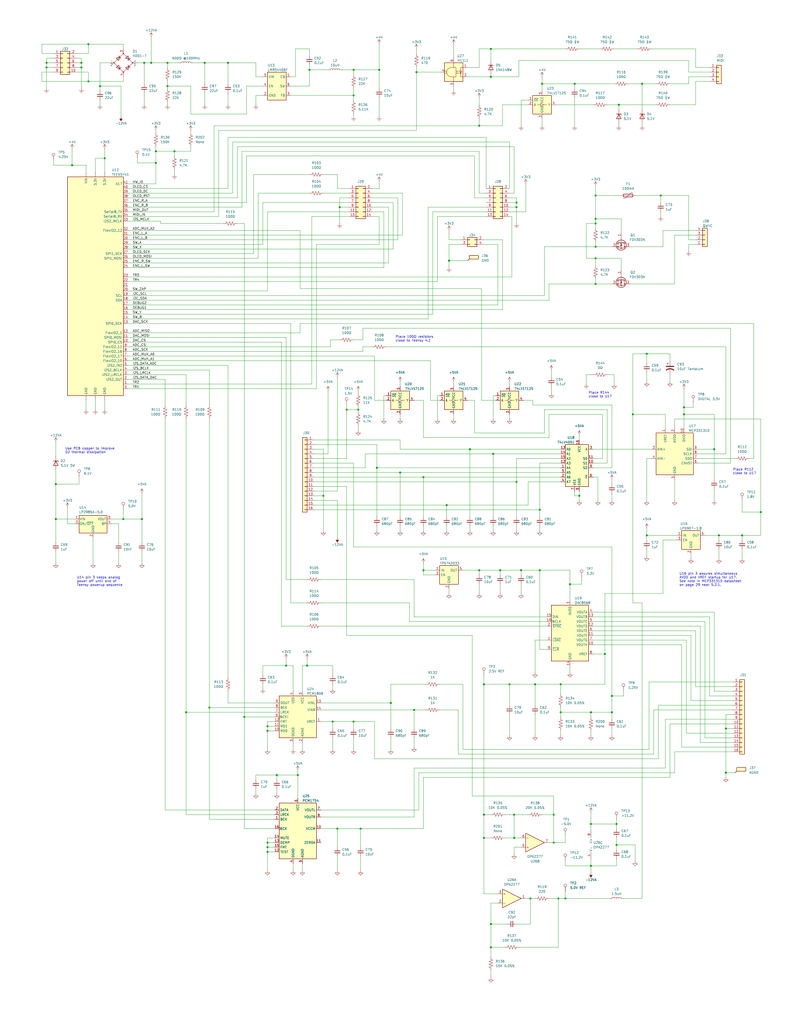
<source format=kicad_sch>
(kicad_sch (version 20230121) (generator eeschema)
  (paper "C" portrait)
  (junction (at 325.12 106.68))
  (junction (at 167.64 363.22))
  (junction (at 325.12 134.62))
  (junction (at 306.07 388.62))
  (junction (at 151.13 422.91))
  (junction (at 245.11 142.24))
  (junction (at 389.89 245.11))
  (junction (at 146.05 464.82))
  (junction (at 30.48 283.21))
  (junction (at 39.37 90.17))
  (junction (at 405.13 292.1))
  (junction (at 195.58 223.52))
  (junction (at 146.05 396.24))
  (junction (at 289.56 490.22))
  (junction (at 256.54 245.11))
  (junction (at 267.97 41.91))
  (junction (at 231.14 311.15))
  (junction (at 294.64 278.13))
  (junction (at 280.67 457.2))
  (junction (at 294.64 311.15))
  (junction (at 267.97 26.67))
  (junction (at 124.46 34.29))
  (junction (at 311.15 318.77))
  (junction (at 44.45 34.29))
  (junction (at 269.24 247.65))
  (junction (at 373.38 226.06))
  (junction (at 181.61 393.7))
  (junction (at 281.94 113.03))
  (junction (at 185.42 113.03))
  (junction (at 267.97 504.19))
  (junction (at 243.84 275.59))
  (junction (at 345.44 226.06))
  (junction (at 78.74 34.29))
  (junction (at 189.23 223.52))
  (junction (at 273.05 311.15))
  (junction (at 313.69 45.72))
  (junction (at 337.82 57.15))
  (junction (at 325.12 121.92))
  (junction (at 168.91 38.1))
  (junction (at 114.3 386.08))
  (junction (at 261.62 68.58))
  (junction (at 162.56 422.91))
  (junction (at 336.55 461.01))
  (junction (at 325.12 119.38))
  (junction (at 396.24 397.51))
  (junction (at 25.4 34.29))
  (junction (at 44.45 36.83))
  (junction (at 322.58 449.58))
  (junction (at 281.94 262.89))
  (junction (at 334.01 379.73))
  (junction (at 85.09 88.9))
  (junction (at 25.4 36.83))
  (junction (at 226.06 387.35))
  (junction (at 67.31 283.21))
  (junction (at 373.38 222.25))
  (junction (at 302.26 459.74))
  (junction (at 156.21 363.22))
  (junction (at 396.24 421.64))
  (junction (at 231.14 260.35))
  (junction (at 95.25 82.55))
  (junction (at 218.44 257.81))
  (junction (at 360.68 106.68))
  (junction (at 30.48 264.16))
  (junction (at 57.15 86.36))
  (junction (at 264.16 444.5))
  (junction (at 205.74 255.27))
  (junction (at 264.16 457.2))
  (junction (at 193.04 38.1))
  (junction (at 330.2 356.87))
  (junction (at 392.43 292.1))
  (junction (at 325.12 140.97))
  (junction (at 281.94 110.49))
  (junction (at 101.6 388.62))
  (junction (at 415.29 279.4))
  (junction (at 196.85 452.12))
  (junction (at 353.06 292.1))
  (junction (at 334.01 388.62))
  (junction (at 292.1 373.38))
  (junction (at 146.05 459.74))
  (junction (at 82.55 34.29))
  (junction (at 306.07 373.38))
  (junction (at 325.12 154.94))
  (junction (at 280.67 444.5))
  (junction (at 207.01 38.1))
  (junction (at 184.15 452.12))
  (junction (at 308.61 490.22))
  (junction (at 264.16 373.38))
  (junction (at 176.53 270.51))
  (junction (at 54.61 46.99))
  (junction (at 302.26 444.5))
  (junction (at 77.47 283.21))
  (junction (at 193.04 52.07))
  (junction (at 322.58 472.44))
  (junction (at 111.76 34.29))
  (junction (at 278.13 373.38))
  (junction (at 146.05 462.28))
  (junction (at 48.26 44.45))
  (junction (at 193.04 393.7))
  (junction (at 213.36 383.54))
  (junction (at 146.05 398.78))
  (junction (at 91.44 46.99))
  (junction (at 267.97 516.89))
  (junction (at 85.09 82.55))
  (junction (at 133.35 391.16))
  (junction (at 316.23 270.51))
  (junction (at 227.33 39.37))
  (junction (at 350.52 45.72))
  (junction (at 261.62 311.15))
  (junction (at 336.55 449.58))
  (junction (at 48.26 24.13))
  (junction (at 284.48 311.15))
  (junction (at 295.91 45.72))
  (junction (at 322.58 388.62))
  (junction (at 91.44 34.29))
  (junction (at 304.8 490.22))
  (junction (at 353.06 193.04))
  (wire (pts (xy 360.68 106.68) (xy 360.68 110.49)))
  (wire (pts (xy 256.54 245.11) (xy 306.07 245.11)))
  (wire (pts (xy 165.1 377.19) (xy 165.1 363.22)))
  (wire (pts (xy 143.51 41.91) (xy 139.7 41.91)))
  (wire (pts (xy 146.05 459.74) (xy 146.05 457.2)))
  (wire (pts (xy 325.12 119.38) (xy 325.12 121.92)))
  (wire (pts (xy 265.43 74.93) (xy 124.46 74.93)))
  (wire (pts (xy 353.06 288.29) (xy 353.06 292.1)))
  (wire (pts (xy 162.56 422.91) (xy 151.13 422.91)))
  (wire (pts (xy 295.91 45.72) (xy 295.91 49.53)))
  (wire (pts (xy 308.61 459.74) (xy 302.26 459.74)))
  (wire (pts (xy 396.24 421.64) (xy 396.24 424.18)))
  (wire (pts (xy 207.01 48.26) (xy 207.01 38.1)))
  (wire (pts (xy 295.91 41.91) (xy 295.91 45.72)))
  (wire (pts (xy 270.51 218.44) (xy 262.89 218.44)))
  (wire (pts (xy 353.06 203.2) (xy 353.06 208.28)))
  (wire (pts (xy 334.01 255.27) (xy 323.85 255.27)))
  (wire (pts (xy 257.81 434.34) (xy 257.81 346.71)))
  (wire (pts (xy 140.97 140.97) (xy 69.85 140.97)))
  (wire (pts (xy 134.62 110.49) (xy 69.85 110.49)))
  (wire (pts (xy 210.82 218.44) (xy 204.47 218.44)))
  (wire (pts (xy 289.56 504.19) (xy 289.56 490.22)))
  (wire (pts (xy 306.07 388.62) (xy 306.07 391.16)))
  (wire (pts (xy 361.95 125.73) (xy 361.95 134.62)))
  (wire (pts (xy 69.85 204.47) (xy 101.6 204.47)))
  (wire (pts (xy 143.51 46.99) (xy 134.62 46.99)))
  (wire (pts (xy 322.58 443.23) (xy 322.58 449.58)))
  (wire (pts (xy 365.76 193.04) (xy 353.06 193.04)))
  (wire (pts (xy 299.72 226.06) (xy 328.93 226.06)))
  (wire (pts (xy 313.69 45.72) (xy 335.28 45.72)))
  (wire (pts (xy 265.43 107.95) (xy 259.08 107.95)))
  (wire (pts (xy 124.46 34.29) (xy 139.7 34.29)))
  (wire (pts (xy 323.85 260.35) (xy 326.39 260.35)))
  (wire (pts (xy 295.91 64.77) (xy 295.91 68.58)))
  (wire (pts (xy 158.75 176.53) (xy 69.85 176.53)))
  (wire (pts (xy 52.07 218.44) (xy 52.07 223.52)))
  (wire (pts (xy 387.35 39.37) (xy 375.92 39.37)))
  (wire (pts (xy 143.51 52.07) (xy 139.7 52.07)))
  (wire (pts (xy 29.21 34.29) (xy 25.4 34.29)))
  (wire (pts (xy 69.85 120.65) (xy 87.63 120.65)))
  (wire (pts (xy 389.89 377.19) (xy 400.05 377.19)))
  (wire (pts (xy 379.73 26.67) (xy 379.73 36.83)))
  (wire (pts (xy 284.48 311.15) (xy 273.05 311.15)))
  (wire (pts (xy 91.44 46.99) (xy 91.44 48.26)))
  (wire (pts (xy 278.13 110.49) (xy 281.94 110.49)))
  (wire (pts (xy 275.59 444.5) (xy 280.67 444.5)))
  (wire (pts (xy 171.45 257.81) (xy 218.44 257.81)))
  (wire (pts (xy 227.33 39.37) (xy 240.03 39.37)))
  (wire (pts (xy 205.74 287.02) (xy 205.74 289.56)))
  (wire (pts (xy 350.52 67.31) (xy 350.52 68.58)))
  (wire (pts (xy 262.89 157.48) (xy 163.83 157.48)))
  (wire (pts (xy 85.09 82.55) (xy 95.25 82.55)))
  (wire (pts (xy 373.38 212.09) (xy 373.38 222.25)))
  (wire (pts (xy 213.36 383.54) (xy 213.36 397.51)))
  (wire (pts (xy 298.45 349.25) (xy 292.1 349.25)))
  (wire (pts (xy 245.11 142.24) (xy 255.27 142.24)))
  (wire (pts (xy 346.71 106.68) (xy 360.68 106.68)))
  (wire (pts (xy 334.01 261.62) (xy 334.01 264.16)))
  (wire (pts (xy 213.36 402.59) (xy 213.36 408.94)))
  (wire (pts (xy 375.92 130.81) (xy 375.92 106.68)))
  (wire (pts (xy 350.52 328.93) (xy 345.44 328.93)))
  (wire (pts (xy 330.2 323.85) (xy 330.2 356.87)))
  (wire (pts (xy 190.5 115.57) (xy 146.05 115.57)))
  (wire (pts (xy 195.58 222.25) (xy 195.58 223.52)))
  (wire (pts (xy 161.29 26.67) (xy 168.91 26.67)))
  (wire (pts (xy 227.33 26.67) (xy 227.33 29.21)))
  (wire (pts (xy 101.6 228.6) (xy 101.6 388.62)))
  (wire (pts (xy 330.2 373.38) (xy 306.07 373.38)))
  (wire (pts (xy 54.61 54.61) (xy 54.61 57.15)))
  (wire (pts (xy 190.5 102.87) (xy 184.15 102.87)))
  (wire (pts (xy 373.38 226.06) (xy 373.38 233.68)))
  (wire (pts (xy 331.47 57.15) (xy 337.82 57.15)))
  (wire (pts (xy 198.12 191.77) (xy 198.12 189.23)))
  (wire (pts (xy 175.26 445.77) (xy 226.06 445.77)))
  (wire (pts (xy 384.81 402.59) (xy 400.05 402.59)))
  (wire (pts (xy 322.58 472.44) (xy 322.58 476.25)))
  (wire (pts (xy 41.91 31.75) (xy 44.45 31.75)))
  (wire (pts (xy 306.07 398.78) (xy 306.07 401.32)))
  (wire (pts (xy 146.05 398.78) (xy 149.86 398.78)))
  (wire (pts (xy 176.53 105.41) (xy 190.5 105.41)))
  (wire (pts (xy 334.01 220.98) (xy 334.01 255.27)))
  (wire (pts (xy 334.01 154.94) (xy 325.12 154.94)))
  (wire (pts (xy 299.72 154.94) (xy 325.12 154.94)))
  (wire (pts (xy 167.64 328.93) (xy 158.75 328.93)))
  (wire (pts (xy 359.41 414.02) (xy 204.47 414.02)))
  (wire (pts (xy 290.83 220.98) (xy 334.01 220.98)))
  (wire (pts (xy 313.69 53.34) (xy 313.69 68.58)))
  (wire (pts (xy 156.21 316.23) (xy 156.21 184.15)))
  (wire (pts (xy 30.48 283.21) (xy 40.64 283.21)))
  (wire (pts (xy 171.45 250.19) (xy 189.23 250.19)))
  (wire (pts (xy 306.07 260.35) (xy 231.14 260.35)))
  (wire (pts (xy 156.21 184.15) (xy 69.85 184.15)))
  (wire (pts (xy 322.58 388.62) (xy 322.58 391.16)))
  (wire (pts (xy 168.91 105.41) (xy 140.97 105.41)))
  (wire (pts (xy 231.14 424.18) (xy 231.14 452.12)))
  (wire (pts (xy 236.22 171.45) (xy 69.85 171.45)))
  (wire (pts (xy 240.03 215.9) (xy 238.76 215.9)))
  (wire (pts (xy 44.45 34.29) (xy 44.45 36.83)))
  (wire (pts (xy 278.13 373.38) (xy 264.16 373.38)))
  (wire (pts (xy 87.63 120.65) (xy 87.63 121.92)))
  (wire (pts (xy 375.92 106.68) (xy 360.68 106.68)))
  (wire (pts (xy 195.58 232.41) (xy 195.58 234.95)))
  (wire (pts (xy 69.85 135.89) (xy 214.63 135.89)))
  (wire (pts (xy 184.15 267.97) (xy 184.15 205.74)))
  (wire (pts (xy 168.91 38.1) (xy 168.91 35.56)))
  (wire (pts (xy 231.14 313.69) (xy 231.14 311.15)))
  (wire (pts (xy 212.09 143.51) (xy 69.85 143.51)))
  (wire (pts (xy 323.85 344.17) (xy 379.73 344.17)))
  (wire (pts (xy 361.95 323.85) (xy 330.2 323.85)))
  (wire (pts (xy 181.61 363.22) (xy 181.61 368.3)))
  (wire (pts (xy 111.76 34.29) (xy 111.76 45.72)))
  (wire (pts (xy 267.97 492.76) (xy 267.97 504.19)))
  (wire (pts (xy 405.13 279.4) (xy 415.29 279.4)))
  (wire (pts (xy 398.78 179.07) (xy 398.78 252.73)))
  (wire (pts (xy 143.51 373.38) (xy 143.51 375.92)))
  (wire (pts (xy 345.44 226.06) (xy 345.44 193.04)))
  (wire (pts (xy 193.04 252.73) (xy 193.04 298.45)))
  (wire (pts (xy 278.13 118.11) (xy 279.4 118.11)))
  (wire (pts (xy 261.62 82.55) (xy 132.08 82.55)))
  (wire (pts (xy 339.09 119.38) (xy 325.12 119.38)))
  (wire (pts (xy 289.56 490.22) (xy 292.1 490.22)))
  (wire (pts (xy 325.12 121.92) (xy 325.12 124.46)))
  (wire (pts (xy 29.21 90.17) (xy 39.37 90.17)))
  (wire (pts (xy 340.36 379.73) (xy 334.01 379.73)))
  (wire (pts (xy 127 105.41) (xy 69.85 105.41)))
  (wire (pts (xy 48.26 24.13) (xy 67.31 24.13)))
  (wire (pts (xy 379.73 128.27) (xy 368.3 128.27)))
  (wire (pts (xy 146.05 474.98) (xy 146.05 464.82)))
  (wire (pts (xy 250.19 387.35) (xy 250.19 411.48)))
  (wire (pts (xy 171.45 275.59) (xy 243.84 275.59)))
  (wire (pts (xy 161.29 41.91) (xy 161.29 26.67)))
  (wire (pts (xy 396.24 247.65) (xy 381 247.65)))
  (wire (pts (xy 264.16 457.2) (xy 267.97 457.2)))
  (wire (pts (xy 91.44 34.29) (xy 97.79 34.29)))
  (wire (pts (xy 189.23 265.43) (xy 171.45 265.43)))
  (wire (pts (xy 204.47 218.44) (xy 204.47 194.31)))
  (wire (pts (xy 124.46 383.54) (xy 124.46 377.19)))
  (wire (pts (xy 334.01 392.43) (xy 334.01 388.62)))
  (wire (pts (xy 240.03 218.44) (xy 234.95 218.44)))
  (wire (pts (xy 168.91 26.67) (xy 168.91 30.48)))
  (wire (pts (xy 77.47 283.21) (xy 77.47 295.91)))
  (wire (pts (xy 138.43 138.43) (xy 138.43 95.25)))
  (wire (pts (xy 325.12 101.6) (xy 325.12 106.68)))
  (wire (pts (xy 323.85 351.79) (xy 372.11 351.79)))
  (wire (pts (xy 255.27 36.83) (xy 261.62 36.83)))
  (wire (pts (xy 165.1 405.13) (xy 165.1 408.94)))
  (wire (pts (xy 29.21 39.37) (xy 22.86 39.37)))
  (wire (pts (xy 331.47 204.47) (xy 335.28 204.47)))
  (wire (pts (xy 74.93 34.29) (xy 78.74 34.29)))
  (wire (pts (xy 259.08 107.95) (xy 259.08 85.09)))
  (wire (pts (xy 308.61 486.41) (xy 308.61 490.22)))
  (wire (pts (xy 247.65 226.06) (xy 247.65 228.6)))
  (wire (pts (xy 271.78 166.37) (xy 271.78 133.35)))
  (wire (pts (xy 294.64 278.13) (xy 294.64 281.94)))
  (wire (pts (xy 91.44 44.45) (xy 91.44 46.99)))
  (wire (pts (xy 297.18 236.22) (xy 297.18 223.52)))
  (wire (pts (xy 207.01 24.13) (xy 207.01 38.1)))
  (wire (pts (xy 226.06 402.59) (xy 226.06 407.67)))
  (wire (pts (xy 205.74 255.27) (xy 205.74 281.94)))
  (wire (pts (xy 389.89 245.11) (xy 389.89 261.62)))
  (wire (pts (xy 171.45 252.73) (xy 193.04 252.73)))
  (wire (pts (xy 77.47 300.99) (xy 77.47 307.34)))
  (wire (pts (xy 54.61 34.29) (xy 54.61 46.99)))
  (wire (pts (xy 323.85 339.09) (xy 384.81 339.09)))
  (wire (pts (xy 116.84 68.58) (xy 261.62 68.58)))
  (wire (pts (xy 30.48 264.16) (xy 43.18 264.16)))
  (wire (pts (xy 190.5 107.95) (xy 185.42 107.95)))
  (wire (pts (xy 67.31 283.21) (xy 77.47 283.21)))
  (wire (pts (xy 261.62 318.77) (xy 261.62 323.85)))
  (wire (pts (xy 356.87 387.35) (xy 400.05 387.35)))
  (wire (pts (xy 400.05 389.89) (xy 396.24 389.89)))
  (wire (pts (xy 247.65 208.28) (xy 247.65 210.82)))
  (wire (pts (xy 278.13 389.89) (xy 278.13 401.32)))
  (wire (pts (xy 30.48 241.3) (xy 30.48 248.92)))
  (wire (pts (xy 381 245.11) (xy 389.89 245.11)))
  (wire (pts (xy 193.04 298.45) (xy 334.01 298.45)))
  (wire (pts (xy 175.26 393.7) (xy 181.61 393.7)))
  (wire (pts (xy 124.46 50.8) (xy 124.46 57.15)))
  (wire (pts (xy 415.29 279.4) (xy 415.29 292.1)))
  (wire (pts (xy 52.07 86.36) (xy 57.15 86.36)))
  (wire (pts (xy 267.97 444.5) (xy 264.16 444.5)))
  (wire (pts (xy 175.26 383.54) (xy 213.36 383.54)))
  (wire (pts (xy 124.46 34.29) (xy 111.76 34.29)))
  (wire (pts (xy 281.94 262.89) (xy 281.94 281.94)))
  (wire (pts (xy 52.07 93.98) (xy 52.07 86.36)))
  (wire (pts (xy 66.04 46.99) (xy 54.61 46.99)))
  (wire (pts (xy 139.7 41.91) (xy 139.7 34.29)))
  (wire (pts (xy 181.61 373.38) (xy 181.61 375.92)))
  (wire (pts (xy 207.01 102.87) (xy 203.2 102.87)))
  (wire (pts (xy 365.76 45.72) (xy 375.92 45.72)))
  (wire (pts (xy 207.01 53.34) (xy 207.01 63.5)))
  (wire (pts (xy 218.44 226.06) (xy 218.44 228.6)))
  (wire (pts (xy 323.85 245.11) (xy 355.6 245.11)))
  (wire (pts (xy 261.62 26.67) (xy 267.97 26.67)))
  (wire (pts (xy 396.24 189.23) (xy 396.24 247.65)))
  (wire (pts (xy 168.91 38.1) (xy 179.07 38.1)))
  (wire (pts (xy 261.62 36.83) (xy 261.62 26.67)))
  (wire (pts (xy 146.05 158.75) (xy 69.85 158.75)))
  (wire (pts (xy 193.04 393.7) (xy 181.61 393.7)))
  (wire (pts (xy 78.74 34.29) (xy 78.74 45.72)))
  (wire (pts (xy 171.45 273.05) (xy 184.15 273.05)))
  (wire (pts (xy 278.13 384.81) (xy 278.13 373.38)))
  (wire (pts (xy 196.85 452.12) (xy 184.15 452.12)))
  (wire (pts (xy 146.05 464.82) (xy 146.05 462.28)))
  (wire (pts (xy 193.04 52.07) (xy 193.04 54.61)))
  (wire (pts (xy 355.6 26.67) (xy 379.73 26.67)))
  (wire (pts (xy 90.17 207.01) (xy 90.17 220.98)))
  (wire (pts (xy 311.15 311.15) (xy 294.64 311.15)))
  (wire (pts (xy 280.67 444.5) (xy 280.67 457.2)))
  (wire (pts (xy 317.5 314.96) (xy 317.5 318.77)))
  (wire (pts (xy 323.85 349.25) (xy 374.65 349.25)))
  (wire (pts (xy 149.86 452.12) (xy 133.35 452.12)))
  (wire (pts (xy 203.2 113.03) (xy 212.09 113.03)))
  (wire (pts (xy 95.25 92.71) (xy 95.25 95.25)))
  (wire (pts (xy 226.06 445.77) (xy 226.06 419.1)))
  (wire (pts (xy 273.05 313.69) (xy 273.05 311.15)))
  (wire (pts (xy 334.01 298.45) (xy 334.01 379.73)))
  (wire (pts (xy 78.74 34.29) (xy 82.55 34.29)))
  (wire (pts (xy 133.35 391.16) (xy 149.86 391.16)))
  (wire (pts (xy 280.67 105.41) (xy 280.67 80.01)))
  (wire (pts (xy 104.14 46.99) (xy 91.44 46.99)))
  (wire (pts (xy 387.35 41.91) (xy 375.92 41.91)))
  (wire (pts (xy 114.3 386.08) (xy 149.86 386.08)))
  (wire (pts (xy 345.44 328.93) (xy 345.44 226.06)))
  (wire (pts (xy 294.64 287.02) (xy 294.64 289.56)))
  (wire (pts (xy 365.76 394.97) (xy 365.76 424.18)))
  (wire (pts (xy 146.05 457.2) (xy 149.86 457.2)))
  (wire (pts (xy 146.05 462.28) (xy 146.05 459.74)))
  (wire (pts (xy 170.18 118.11) (xy 170.18 209.55)))
  (wire (pts (xy 163.83 181.61) (xy 163.83 176.53)))
  (wire (pts (xy 134.62 85.09) (xy 134.62 110.49)))
  (wire (pts (xy 167.64 359.41) (xy 167.64 363.22)))
  (wire (pts (xy 285.75 218.44) (xy 290.83 218.44)))
  (wire (pts (xy 313.69 270.51) (xy 316.23 270.51)))
  (wire (pts (xy 85.09 100.33) (xy 69.85 100.33)))
  (wire (pts (xy 203.2 115.57) (xy 209.55 115.57)))
  (wire (pts (xy 160.02 405.13) (xy 160.02 408.94)))
  (wire (pts (xy 379.73 44.45) (xy 379.73 57.15)))
  (wire (pts (xy 243.84 275.59) (xy 243.84 281.94)))
  (wire (pts (xy 271.78 133.35) (xy 264.16 133.35)))
  (wire (pts (xy 311.15 363.22) (xy 311.15 367.03)))
  (wire (pts (xy 60.96 285.75) (xy 64.77 285.75)))
  (wire (pts (xy 153.67 186.69) (xy 153.67 341.63)))
  (wire (pts (xy 22.86 44.45) (xy 48.26 44.45)))
  (wire (pts (xy 41.91 29.21) (xy 48.26 29.21)))
  (wire (pts (xy 101.6 444.5) (xy 101.6 388.62)))
  (wire (pts (xy 226.06 387.35) (xy 232.41 387.35)))
  (wire (pts (xy 278.13 373.38) (xy 292.1 373.38)))
  (wire (pts (xy 149.86 396.24) (xy 146.05 396.24)))
  (wire (pts (xy 322.58 398.78) (xy 322.58 401.32)))
  (wire (pts (xy 143.51 110.49) (xy 143.51 133.35)))
  (wire (pts (xy 322.58 449.58) (xy 322.58 453.39)))
  (wire (pts (xy 339.09 127) (xy 339.09 119.38)))
  (wire (pts (xy 297.18 161.29) (xy 297.18 134.62)))
  (wire (pts (xy 226.06 336.55) (xy 226.06 316.23)))
  (wire (pts (xy 127 77.47) (xy 127 105.41)))
  (wire (pts (xy 151.13 422.91) (xy 151.13 425.45)))
  (wire (pts (xy 252.73 408.94) (xy 354.33 408.94)))
  (wire (pts (xy 350.52 45.72) (xy 350.52 59.69)))
  (wire (pts (xy 163.83 176.53) (xy 411.48 176.53)))
  (wire (pts (xy 359.41 384.81) (xy 359.41 414.02)))
  (wire (pts (xy 278.13 113.03) (xy 281.94 113.03)))
  (wire (pts (xy 271.78 492.76) (xy 267.97 492.76)))
  (wire (pts (xy 69.85 186.69) (xy 153.67 186.69)))
  (wire (pts (xy 219.71 128.27) (xy 219.71 105.41)))
  (wire (pts (xy 288.29 262.89) (xy 288.29 275.59)))
  (wire (pts (xy 203.2 118.11) (xy 207.01 118.11)))
  (wire (pts (xy 247.65 46.99) (xy 247.65 49.53)))
  (wire (pts (xy 204.47 393.7) (xy 193.04 393.7)))
  (wire (pts (xy 306.07 257.81) (xy 218.44 257.81)))
  (wire (pts (xy 139.7 425.45) (xy 139.7 422.91)))
  (wire (pts (xy 146.05 459.74) (xy 149.86 459.74)))
  (wire (pts (xy 336.55 457.2) (xy 336.55 461.01)))
  (wire (pts (xy 143.51 363.22) (xy 143.51 368.3)))
  (wire (pts (xy 175.26 387.35) (xy 226.06 387.35)))
  (wire (pts (xy 74.93 88.9) (xy 85.09 88.9)))
  (wire (pts (xy 377.19 346.71) (xy 377.19 382.27)))
  (wire (pts (xy 267.97 529.59) (xy 267.97 533.4)))
  (wire (pts (xy 331.47 223.52) (xy 331.47 252.73)))
  (wire (pts (xy 405.13 292.1) (xy 392.43 292.1)))
  (wire (pts (xy 313.69 45.72) (xy 313.69 48.26)))
  (wire (pts (xy 294.64 354.33) (xy 294.64 311.15)))
  (wire (pts (xy 189.23 250.19) (xy 189.23 223.52)))
  (wire (pts (xy 339.09 147.32) (xy 339.09 140.97)))
  (wire (pts (xy 261.62 105.41) (xy 261.62 82.55)))
  (wire (pts (xy 146.05 462.28) (xy 149.86 462.28)))
  (wire (pts (xy 64.77 300.99) (xy 64.77 307.34)))
  (wire (pts (xy 243.84 287.02) (xy 243.84 289.56)))
  (wire (pts (xy 256.54 245.11) (xy 256.54 281.94)))
  (wire (pts (xy 160.02 471.17) (xy 160.02 474.98)))
  (wire (pts (xy 252.73 373.38) (xy 252.73 408.94)))
  (wire (pts (xy 171.45 245.11) (xy 176.53 245.11)))
  (wire (pts (xy 163.83 157.48) (xy 163.83 125.73)))
  (wire (pts (xy 25.4 36.83) (xy 25.4 48.26)))
  (wire (pts (xy 69.85 191.77) (xy 198.12 191.77)))
  (wire (pts (xy 162.56 420.37) (xy 162.56 422.91)))
  (wire (pts (xy 322.58 468.63) (xy 322.58 472.44)))
  (wire (pts (xy 379.73 344.17) (xy 379.73 374.65)))
  (wire (pts (xy 302.26 434.34) (xy 257.81 434.34)))
  (wire (pts (xy 156.21 363.22) (xy 143.51 363.22)))
  (wire (pts (xy 340.36 377.19) (xy 340.36 379.73)))
  (wire (pts (xy 238.76 118.11) (xy 238.76 153.67)))
  (wire (pts (xy 306.07 250.19) (xy 281.94 250.19)))
  (wire (pts (xy 251.46 133.35) (xy 245.11 133.35)))
  (wire (pts (xy 189.23 223.52) (xy 195.58 223.52)))
  (wire (pts (xy 294.64 311.15) (xy 284.48 311.15)))
  (wire (pts (xy 22.86 24.13) (xy 48.26 24.13)))
  (wire (pts (xy 261.62 57.15) (xy 261.62 53.34)))
  (wire (pts (xy 234.95 218.44) (xy 234.95 196.85)))
  (wire (pts (xy 308.61 472.44) (xy 322.58 472.44)))
  (wire (pts (xy 158.75 41.91) (xy 161.29 41.91)))
  (wire (pts (xy 43.18 260.35) (xy 43.18 264.16)))
  (wire (pts (xy 378.46 222.25) (xy 373.38 222.25)))
  (wire (pts (xy 278.13 208.28) (xy 278.13 210.82)))
  (wire (pts (xy 44.45 36.83) (xy 44.45 48.26)))
  (wire (pts (xy 231.14 307.34) (xy 231.14 311.15)))
  (wire (pts (xy 259.08 85.09) (xy 134.62 85.09)))
  (wire (pts (xy 158.75 52.07) (xy 193.04 52.07)))
  (wire (pts (xy 151.13 430.53) (xy 151.13 433.07)))
  (wire (pts (xy 411.48 176.53) (xy 411.48 250.19)))
  (wire (pts (xy 172.72 133.35) (xy 172.72 212.09)))
  (wire (pts (xy 217.17 107.95) (xy 203.2 107.95)))
  (wire (pts (xy 101.6 204.47) (xy 101.6 220.98)))
  (wire (pts (xy 294.64 252.73) (xy 294.64 278.13)))
  (wire (pts (xy 185.42 113.03) (xy 185.42 121.92)))
  (wire (pts (xy 278.13 115.57) (xy 287.02 115.57)))
  (wire (pts (xy 171.45 242.57) (xy 205.74 242.57)))
  (wire (pts (xy 231.14 218.44) (xy 231.14 238.76)))
  (wire (pts (xy 375.92 33.02) (xy 283.21 33.02)))
  (wire (pts (xy 377.19 302.26) (xy 377.19 304.8)))
  (wire (pts (xy 334.01 388.62) (xy 322.58 388.62)))
  (wire (pts (xy 339.09 140.97) (xy 325.12 140.97)))
  (wire (pts (xy 350.52 490.22) (xy 350.52 328.93)))
  (wire (pts (xy 334.01 397.51) (xy 334.01 401.32)))
  (wire (pts (xy 69.85 128.27) (xy 219.71 128.27)))
  (wire (pts (xy 288.29 444.5) (xy 280.67 444.5)))
  (wire (pts (xy 267.97 516.89) (xy 267.97 521.97)))
  (wire (pts (xy 278.13 105.41) (xy 280.67 105.41)))
  (wire (pts (xy 330.2 356.87) (xy 330.2 373.38)))
  (wire (pts (xy 292.1 373.38) (xy 306.07 373.38)))
  (wire (pts (xy 213.36 373.38) (xy 213.36 383.54)))
  (wire (pts (xy 325.12 106.68) (xy 325.12 119.38)))
  (wire (pts (xy 297.18 223.52) (xy 331.47 223.52)))
  (wire (pts (xy 377.19 382.27) (xy 400.05 382.27)))
  (wire (pts (xy 302.26 444.5) (xy 302.26 459.74)))
  (wire (pts (xy 198.12 185.42) (xy 198.12 179.07)))
  (wire (pts (xy 29.21 36.83) (xy 25.4 36.83)))
  (wire (pts (xy 209.55 215.9) (xy 209.55 228.6)))
  (wire (pts (xy 176.53 245.11) (xy 176.53 270.51)))
  (wire (pts (xy 356.87 411.48) (xy 356.87 387.35)))
  (wire (pts (xy 355.6 250.19) (xy 353.06 250.19)))
  (wire (pts (xy 69.85 163.83) (xy 299.72 163.83)))
  (wire (pts (xy 228.6 421.64) (xy 228.6 441.96)))
  (wire (pts (xy 288.29 54.61) (xy 284.48 54.61)))
  (wire (pts (xy 259.08 236.22) (xy 297.18 236.22)))
  (wire (pts (xy 226.06 316.23) (xy 175.26 316.23)))
  (wire (pts (xy 396.24 421.64) (xy 401.32 421.64)))
  (wire (pts (xy 198.12 189.23) (xy 203.2 189.23)))
  (wire (pts (xy 311.15 327.66) (xy 311.15 318.77)))
  (wire (pts (xy 316.23 237.49) (xy 316.23 240.03)))
  (wire (pts (xy 158.75 46.99) (xy 168.91 46.99)))
  (wire (pts (xy 340.36 490.22) (xy 350.52 490.22)))
  (wire (pts (xy 350.52 45.72) (xy 358.14 45.72)))
  (wire (pts (xy 245.11 133.35) (xy 245.11 142.24)))
  (wire (pts (xy 69.85 130.81) (xy 217.17 130.81)))
  (wire (pts (xy 129.54 121.92) (xy 133.35 121.92)))
  (wire (pts (xy 95.25 82.55) (xy 104.14 82.55)))
  (wire (pts (xy 280.67 462.28) (xy 280.67 466.09)))
  (wire (pts (xy 287.02 115.57) (xy 287.02 100.33)))
  (wire (pts (xy 48.26 44.45) (xy 67.31 44.45)))
  (wire (pts (xy 270.51 215.9) (xy 269.24 215.9)))
  (wire (pts (xy 69.85 212.09) (xy 172.72 212.09)))
  (wire (pts (xy 41.91 34.29) (xy 44.45 34.29)))
  (wire (pts (xy 265.43 115.57) (xy 236.22 115.57)))
  (wire (pts (xy 306.07 247.65) (xy 269.24 247.65)))
  (wire (pts (xy 78.74 50.8) (xy 78.74 57.15)))
  (wire (pts (xy 368.3 228.6) (xy 415.29 228.6)))
  (wire (pts (xy 323.85 346.71) (xy 377.19 346.71)))
  (wire (pts (xy 119.38 118.11) (xy 119.38 71.12)))
  (wire (pts (xy 25.4 34.29) (xy 25.4 36.83)))
  (wire (pts (xy 171.45 278.13) (xy 294.64 278.13)))
  (wire (pts (xy 41.91 39.37) (xy 48.26 39.37)))
  (wire (pts (xy 77.47 269.24) (xy 77.47 283.21)))
  (wire (pts (xy 304.8 516.89) (xy 283.21 516.89)))
  (wire (pts (xy 295.91 444.5) (xy 302.26 444.5)))
  (wire (pts (xy 368.3 233.68) (xy 368.3 228.6)))
  (wire (pts (xy 274.32 68.58) (xy 274.32 57.15)))
  (wire (pts (xy 269.24 247.65) (xy 269.24 281.94)))
  (wire (pts (xy 124.46 74.93) (xy 124.46 102.87)))
  (wire (pts (xy 303.53 57.15) (xy 323.85 57.15)))
  (wire (pts (xy 354.33 408.94) (xy 354.33 372.11)))
  (wire (pts (xy 405.13 294.64) (xy 405.13 292.1)))
  (wire (pts (xy 336.55 472.44) (xy 322.58 472.44)))
  (wire (pts (xy 205.74 242.57) (xy 205.74 255.27)))
  (wire (pts (xy 149.86 444.5) (xy 101.6 444.5)))
  (wire (pts (xy 382.27 405.13) (xy 400.05 405.13)))
  (wire (pts (xy 281.94 504.19) (xy 289.56 504.19)))
  (wire (pts (xy 374.65 349.25) (xy 374.65 400.05)))
  (wire (pts (xy 214.63 110.49) (xy 203.2 110.49)))
  (wire (pts (xy 283.21 41.91) (xy 267.97 41.91)))
  (wire (pts (xy 387.35 44.45) (xy 379.73 44.45)))
  (wire (pts (xy 369.57 294.64) (xy 361.95 294.64)))
  (wire (pts (xy 250.19 411.48) (xy 356.87 411.48)))
  (wire (pts (xy 207.01 38.1) (xy 193.04 38.1)))
  (wire (pts (xy 306.07 252.73) (xy 294.64 252.73)))
  (wire (pts (xy 316.23 26.67) (xy 327.66 26.67)))
  (wire (pts (xy 171.45 240.03) (xy 218.44 240.03)))
  (wire (pts (xy 298.45 336.55) (xy 226.06 336.55)))
  (wire (pts (xy 214.63 135.89) (xy 214.63 110.49)))
  (wire (pts (xy 39.37 81.28) (xy 39.37 90.17)))
  (wire (pts (xy 196.85 462.28) (xy 196.85 452.12)))
  (wire (pts (xy 69.85 201.93) (xy 114.3 201.93)))
  (wire (pts (xy 218.44 245.11) (xy 256.54 245.11)))
  (wire (pts (xy 346.71 461.01) (xy 336.55 461.01)))
  (wire (pts (xy 299.72 238.76) (xy 299.72 226.06)))
  (wire (pts (xy 231.14 452.12) (xy 196.85 452.12)))
  (wire (pts (xy 171.45 247.65) (xy 179.07 247.65)))
  (wire (pts (xy 300.99 201.93) (xy 300.99 205.74)))
  (wire (pts (xy 91.44 55.88) (xy 91.44 57.15)))
  (wire (pts (xy 323.85 336.55) (xy 387.35 336.55)))
  (wire (pts (xy 261.62 311.15) (xy 261.62 313.69)))
  (wire (pts (xy 379.73 133.35) (xy 375.92 133.35)))
  (wire (pts (xy 199.39 255.27) (xy 199.39 247.65)))
  (wire (pts (xy 264.16 373.38) (xy 264.16 444.5)))
  (wire (pts (xy 69.85 161.29) (xy 297.18 161.29)))
  (wire (pts (xy 231.14 287.02) (xy 231.14 289.56)))
  (wire (pts (xy 262.89 218.44) (xy 262.89 157.48)))
  (wire (pts (xy 247.65 24.13) (xy 247.65 31.75)))
  (wire (pts (xy 308.61 455.93) (xy 308.61 459.74)))
  (wire (pts (xy 267.97 26.67) (xy 267.97 33.02)))
  (wire (pts (xy 306.07 262.89) (xy 288.29 262.89)))
  (wire (pts (xy 171.45 255.27) (xy 199.39 255.27)))
  (wire (pts (xy 361.95 134.62) (xy 344.17 134.62)))
  (wire (pts (xy 146.05 408.94) (xy 146.05 398.78)))
  (wire (pts (xy 22.86 29.21) (xy 22.86 24.13)))
  (wire (pts (xy 384.81 339.09) (xy 384.81 402.59)))
  (wire (pts (xy 325.12 140.97) (xy 320.04 140.97)))
  (wire (pts (xy 389.89 334.01) (xy 389.89 377.19)))
  (wire (pts (xy 30.48 300.99) (xy 30.48 307.34)))
  (wire (pts (xy 368.3 261.62) (xy 368.3 273.05)))
  (wire (pts (xy 153.67 341.63) (xy 167.64 341.63)))
  (wire (pts (xy 245.11 321.31) (xy 245.11 323.85)))
  (wire (pts (xy 267.97 504.19) (xy 267.97 516.89)))
  (wire (pts (xy 199.39 247.65) (xy 269.24 247.65)))
  (wire (pts (xy 400.05 410.21) (xy 368.3 410.21)))
  (wire (pts (xy 320.04 204.47) (xy 320.04 209.55)))
  (wire (pts (xy 193.04 48.26) (xy 193.04 52.07)))
  (wire (pts (xy 143.51 133.35) (xy 69.85 133.35)))
  (wire (pts (xy 323.85 341.63) (xy 382.27 341.63)))
  (wire (pts (xy 212.09 113.03) (xy 212.09 143.51)))
  (wire (pts (xy 238.76 215.9) (xy 238.76 228.6)))
  (wire (pts (xy 101.6 388.62) (xy 149.86 388.62)))
  (wire (pts (xy 336.55 447.04) (xy 336.55 449.58)))
  (wire (pts (xy 269.24 215.9) (xy 269.24 228.6)))
  (wire (pts (xy 379.73 374.65) (xy 400.05 374.65)))
  (wire (pts (xy 207.01 118.11) (xy 207.01 133.35)))
  (wire (pts (xy 87.63 121.92) (xy 121.92 121.92)))
  (wire (pts (xy 336.55 449.58) (xy 322.58 449.58)))
  (wire (pts (xy 299.72 163.83) (xy 299.72 154.94)))
  (wire (pts (xy 139.7 422.91) (xy 151.13 422.91)))
  (wire (pts (xy 160.02 377.19) (xy 160.02 363.22)))
  (wire (pts (xy 104.14 62.23) (xy 104.14 46.99)))
  (wire (pts (xy 36.83 285.75) (xy 36.83 276.86)))
  (wire (pts (xy 236.22 115.57) (xy 236.22 171.45)))
  (wire (pts (xy 104.14 82.55) (xy 104.14 80.01)))
  (wire (pts (xy 381 252.73) (xy 398.78 252.73)))
  (wire (pts (xy 85.09 88.9) (xy 85.09 100.33)))
  (wire (pts (xy 334.01 134.62) (xy 325.12 134.62)))
  (wire (pts (xy 252.73 311.15) (xy 261.62 311.15)))
  (wire (pts (xy 95.25 82.55) (xy 95.25 85.09)))
  (wire (pts (xy 179.07 247.65) (xy 179.07 213.36)))
  (wire (pts (xy 22.86 39.37) (xy 22.86 44.45)))
  (wire (pts (xy 264.16 444.5) (xy 264.16 457.2)))
  (wire (pts (xy 283.21 33.02) (xy 283.21 41.91)))
  (wire (pts (xy 223.52 339.09) (xy 223.52 328.93)))
  (wire (pts (xy 146.05 393.7) (xy 146.05 396.24)))
  (wire (pts (xy 184.15 452.12) (xy 184.15 462.28)))
  (wire (pts (xy 168.91 38.1) (xy 168.91 46.99)))
  (wire (pts (xy 240.03 387.35) (xy 250.19 387.35)))
  (wire (pts (xy 175.26 452.12) (xy 184.15 452.12)))
  (wire (pts (xy 69.85 166.37) (xy 271.78 166.37)))
  (wire (pts (xy 298.45 341.63) (xy 175.26 341.63)))
  (wire (pts (xy 64.77 285.75) (xy 64.77 295.91)))
  (wire (pts (xy 193.04 397.51) (xy 193.04 393.7)))
  (wire (pts (xy 325.12 140.97) (xy 325.12 144.78)))
  (wire (pts (xy 363.22 226.06) (xy 345.44 226.06)))
  (wire (pts (xy 323.85 356.87) (xy 330.2 356.87)))
  (wire (pts (xy 353.06 292.1) (xy 353.06 294.64)))
  (wire (pts (xy 114.3 201.93) (xy 114.3 220.98)))
  (wire (pts (xy 139.7 430.53) (xy 139.7 433.07)))
  (wire (pts (xy 379.73 57.15) (xy 365.76 57.15)))
  (wire (pts (xy 189.23 220.98) (xy 189.23 223.52)))
  (wire (pts (xy 233.68 113.03) (xy 233.68 173.99)))
  (wire (pts (xy 257.81 346.71) (xy 189.23 346.71)))
  (wire (pts (xy 292.1 349.25) (xy 292.1 367.03)))
  (wire (pts (xy 193.04 38.1) (xy 193.04 40.64)))
  (wire (pts (xy 353.06 299.72) (xy 353.06 303.53)))
  (wire (pts (xy 304.8 490.22) (xy 308.61 490.22)))
  (wire (pts (xy 167.64 363.22) (xy 181.61 363.22)))
  (wire (pts (xy 372.11 407.67) (xy 400.05 407.67)))
  (wire (pts (xy 114.3 228.6) (xy 114.3 386.08)))
  (wire (pts (xy 368.3 128.27) (xy 368.3 154.94)))
  (wire (pts (xy 217.17 130.81) (xy 217.17 107.95)))
  (wire (pts (xy 146.05 396.24) (xy 146.05 398.78)))
  (wire (pts (xy 265.43 113.03) (xy 233.68 113.03)))
  (wire (pts (xy 69.85 209.55) (xy 170.18 209.55)))
  (wire (pts (xy 400.05 384.81) (xy 359.41 384.81)))
  (wire (pts (xy 284.48 318.77) (xy 284.48 323.85)))
  (wire (pts (xy 134.62 46.99) (xy 134.62 62.23)))
  (wire (pts (xy 69.85 168.91) (xy 274.32 168.91)))
  (wire (pts (xy 181.61 393.7) (xy 181.61 397.51)))
  (wire (pts (xy 176.53 270.51) (xy 176.53 289.56)))
  (wire (pts (xy 57.15 81.28) (xy 57.15 86.36)))
  (wire (pts (xy 171.45 260.35) (xy 231.14 260.35)))
  (wire (pts (xy 328.93 250.19) (xy 323.85 250.19)))
  (wire (pts (xy 372.11 351.79) (xy 372.11 407.67)))
  (wire (pts (xy 218.44 257.81) (xy 218.44 281.94)))
  (wire (pts (xy 57.15 218.44) (xy 57.15 223.52)))
  (wire (pts (xy 227.33 71.12) (xy 227.33 39.37)))
  (wire (pts (xy 223.52 328.93) (xy 175.26 328.93)))
  (wire (pts (xy 54.61 46.99) (xy 54.61 49.53)))
  (wire (pts (xy 48.26 29.21) (xy 48.26 24.13)))
  (wire (pts (xy 226.06 387.35) (xy 226.06 397.51)))
  (wire (pts (xy 363.22 392.43) (xy 400.05 392.43)))
  (wire (pts (xy 29.21 87.63) (xy 29.21 90.17)))
  (wire (pts (xy 278.13 77.47) (xy 127 77.47)))
  (wire (pts (xy 298.45 354.33) (xy 294.64 354.33)))
  (wire (pts (xy 74.93 86.36) (xy 74.93 88.9)))
  (wire (pts (xy 313.69 267.97) (xy 313.69 270.51)))
  (wire (pts (xy 111.76 50.8) (xy 111.76 57.15)))
  (wire (pts (xy 39.37 90.17) (xy 46.99 90.17)))
  (wire (pts (xy 209.55 146.05) (xy 69.85 146.05)))
  (wire (pts (xy 384.81 292.1) (xy 392.43 292.1)))
  (wire (pts (xy 231.14 238.76) (xy 299.72 238.76)))
  (wire (pts (xy 284.48 313.69) (xy 284.48 311.15)))
  (wire (pts (xy 304.8 490.22) (xy 304.8 516.89)))
  (wire (pts (xy 396.24 397.51) (xy 396.24 421.64)))
  (wire (pts (xy 180.34 185.42) (xy 185.42 185.42)))
  (wire (pts (xy 400.05 394.97) (xy 365.76 394.97)))
  (wire (pts (xy 149.86 393.7) (xy 146.05 393.7)))
  (wire (pts (xy 261.62 64.77) (xy 261.62 68.58)))
  (wire (pts (xy 57.15 86.36) (xy 57.15 93.98)))
  (wire (pts (xy 375.92 39.37) (xy 375.92 33.02)))
  (wire (pts (xy 163.83 125.73) (xy 69.85 125.73)))
  (wire (pts (xy 360.68 115.57) (xy 360.68 118.11)))
  (wire (pts (xy 171.45 270.51) (xy 176.53 270.51)))
  (wire (pts (xy 256.54 287.02) (xy 256.54 289.56)))
  (wire (pts (xy 363.22 419.1) (xy 363.22 392.43)))
  (wire (pts (xy 185.42 107.95) (xy 185.42 113.03)))
  (wire (pts (xy 336.55 468.63) (xy 336.55 472.44)))
  (wire (pts (xy 281.94 107.95) (xy 281.94 110.49)))
  (wire (pts (xy 158.75 328.93) (xy 158.75 176.53)))
  (wire (pts (xy 138.43 95.25) (xy 168.91 95.25)))
  (wire (pts (xy 279.4 151.13) (xy 69.85 151.13)))
  (wire (pts (xy 195.58 213.36) (xy 195.58 214.63)))
  (wire (pts (xy 156.21 359.41) (xy 156.21 363.22)))
  (wire (pts (xy 375.92 41.91) (xy 375.92 45.72)))
  (wire (pts (xy 226.06 218.44) (xy 231.14 218.44)))
  (wire (pts (xy 405.13 273.05) (xy 405.13 279.4)))
  (wire (pts (xy 267.97 26.67) (xy 308.61 26.67)))
  (wire (pts (xy 231.14 311.15) (xy 237.49 311.15)))
  (wire (pts (xy 193.04 185.42) (xy 198.12 185.42)))
  (wire (pts (xy 129.54 80.01) (xy 129.54 107.95)))
  (wire (pts (xy 171.45 267.97) (xy 184.15 267.97)))
  (wire (pts (xy 281.94 250.19) (xy 281.94 262.89)))
  (wire (pts (xy 129.54 107.95) (xy 69.85 107.95)))
  (wire (pts (xy 379.73 130.81) (xy 375.92 130.81)))
  (wire (pts (xy 306.07 386.08) (xy 306.07 388.62)))
  (wire (pts (xy 227.33 39.37) (xy 227.33 36.83)))
  (wire (pts (xy 67.31 41.91) (xy 67.31 44.45)))
  (wire (pts (xy 255.27 41.91) (xy 267.97 41.91)))
  (wire (pts (xy 292.1 389.89) (xy 292.1 401.32)))
  (wire (pts (xy 361.95 294.64) (xy 361.95 323.85)))
  (wire (pts (xy 30.48 295.91) (xy 30.48 283.21)))
  (wire (pts (xy 181.61 402.59) (xy 181.61 408.94)))
  (wire (pts (xy 104.14 71.12) (xy 104.14 72.39)))
  (wire (pts (xy 184.15 467.36) (xy 184.15 474.98)))
  (wire (pts (xy 290.83 218.44) (xy 290.83 220.98)))
  (wire (pts (xy 29.21 29.21) (xy 22.86 29.21)))
  (wire (pts (xy 219.71 105.41) (xy 203.2 105.41)))
  (wire (pts (xy 140.97 105.41) (xy 140.97 140.97)))
  (wire (pts (xy 267.97 504.19) (xy 276.86 504.19)))
  (wire (pts (xy 66.04 63.5) (xy 66.04 46.99)))
  (wire (pts (xy 209.55 115.57) (xy 209.55 146.05)))
  (wire (pts (xy 354.33 372.11) (xy 400.05 372.11)))
  (wire (pts (xy 165.1 471.17) (xy 165.1 474.98)))
  (wire (pts (xy 189.23 346.71) (xy 189.23 265.43)))
  (wire (pts (xy 415.29 292.1) (xy 405.13 292.1)))
  (wire (pts (xy 226.06 419.1) (xy 363.22 419.1)))
  (wire (pts (xy 325.12 154.94) (xy 325.12 152.4)))
  (wire (pts (xy 196.85 467.36) (xy 196.85 474.98)))
  (wire (pts (xy 133.35 452.12) (xy 133.35 391.16)))
  (wire (pts (xy 146.05 115.57) (xy 146.05 158.75)))
  (wire (pts (xy 44.45 31.75) (xy 44.45 34.29)))
  (wire (pts (xy 207.01 133.35) (xy 172.72 133.35)))
  (wire (pts (xy 67.31 278.13) (xy 67.31 283.21)))
  (wire (pts (xy 316.23 267.97) (xy 316.23 270.51)))
  (wire (pts (xy 231.14 260.35) (xy 231.14 281.94)))
  (wire (pts (xy 306.07 373.38) (xy 306.07 378.46)))
  (wire (pts (xy 297.18 134.62) (xy 325.12 134.62)))
  (wire (pts (xy 345.44 193.04) (xy 353.06 193.04)))
  (wire (pts (xy 259.08 218.44) (xy 259.08 236.22)))
  (wire (pts (xy 311.15 318.77) (xy 311.15 311.15)))
  (wire (pts (xy 218.44 240.03) (xy 218.44 245.11)))
  (wire (pts (xy 353.06 193.04) (xy 353.06 198.12)))
  (wire (pts (xy 210.82 215.9) (xy 209.55 215.9)))
  (wire (pts (xy 265.43 105.41) (xy 261.62 105.41)))
  (wire (pts (xy 69.85 118.11) (xy 119.38 118.11)))
  (wire (pts (xy 29.21 31.75) (xy 25.4 31.75)))
  (wire (pts (xy 302.26 459.74) (xy 299.72 459.74)))
  (wire (pts (xy 274.32 57.15) (xy 288.29 57.15)))
  (wire (pts (xy 396.24 389.89) (xy 396.24 397.51)))
  (wire (pts (xy 132.08 113.03) (xy 69.85 113.03)))
  (wire (pts (xy 245.11 142.24) (xy 245.11 146.05)))
  (wire (pts (xy 149.86 447.04) (xy 114.3 447.04)))
  (wire (pts (xy 267.97 40.64) (xy 267.97 41.91)))
  (wire (pts (xy 139.7 52.07) (xy 139.7 57.15)))
  (wire (pts (xy 369.57 292.1) (xy 353.06 292.1)))
  (wire (pts (xy 69.85 181.61) (xy 163.83 181.61)))
  (wire (pts (xy 363.22 233.68) (xy 363.22 226.06)))
  (wire (pts (xy 353.06 250.19) (xy 353.06 273.05)))
  (wire (pts (xy 298.45 339.09) (xy 223.52 339.09)))
  (wire (pts (xy 306.07 388.62) (xy 322.58 388.62)))
  (wire (pts (xy 387.35 336.55) (xy 387.35 379.73)))
  (wire (pts (xy 218.44 287.02) (xy 218.44 289.56)))
  (wire (pts (xy 392.43 299.72) (xy 392.43 304.8)))
  (wire (pts (xy 335.28 204.47) (xy 335.28 209.55)))
  (wire (pts (xy 204.47 194.31) (xy 69.85 194.31)))
  (wire (pts (xy 280.67 457.2) (xy 284.48 457.2)))
  (wire (pts (xy 261.62 68.58) (xy 274.32 68.58)))
  (wire (pts (xy 41.91 36.83) (xy 44.45 36.83)))
  (wire (pts (xy 146.05 464.82) (xy 149.86 464.82)))
  (wire (pts (xy 193.04 402.59) (xy 193.04 408.94)))
  (wire (pts (xy 382.27 341.63) (xy 382.27 405.13)))
  (wire (pts (xy 375.92 133.35) (xy 375.92 137.16)))
  (wire (pts (xy 373.38 222.25) (xy 373.38 226.06)))
  (wire (pts (xy 237.49 313.69) (xy 231.14 313.69)))
  (wire (pts (xy 405.13 299.72) (xy 405.13 304.8)))
  (wire (pts (xy 323.85 204.47) (xy 320.04 204.47)))
  (wire (pts (xy 300.99 210.82) (xy 300.99 214.63)))
  (wire (pts (xy 278.13 107.95) (xy 281.94 107.95)))
  (wire (pts (xy 368.3 421.64) (xy 228.6 421.64)))
  (wire (pts (xy 238.76 153.67) (xy 69.85 153.67)))
  (wire (pts (xy 185.42 113.03) (xy 190.5 113.03)))
  (wire (pts (xy 40.64 285.75) (xy 36.83 285.75)))
  (wire (pts (xy 275.59 457.2) (xy 280.67 457.2)))
  (wire (pts (xy 251.46 130.81) (xy 245.11 130.81)))
  (wire (pts (xy 323.85 334.01) (xy 389.89 334.01)))
  (wire (pts (xy 180.34 189.23) (xy 180.34 185.42)))
  (wire (pts (xy 346.71 469.9) (xy 346.71 461.01)))
  (wire (pts (xy 288.29 275.59) (xy 243.84 275.59)))
  (wire (pts (xy 25.4 31.75) (xy 25.4 34.29)))
  (wire (pts (xy 171.45 262.89) (xy 281.94 262.89)))
  (wire (pts (xy 278.13 226.06) (xy 278.13 228.6)))
  (wire (pts (xy 69.85 207.01) (xy 90.17 207.01)))
  (wire (pts (xy 365.76 204.47) (xy 365.76 208.28)))
  (wire (pts (xy 186.69 38.1) (xy 193.04 38.1)))
  (wire (pts (xy 337.82 57.15) (xy 358.14 57.15)))
  (wire (pts (xy 273.05 318.77) (xy 273.05 323.85)))
  (wire (pts (xy 271.78 487.68) (xy 264.16 487.68)))
  (wire (pts (xy 165.1 363.22) (xy 167.64 363.22)))
  (wire (pts (xy 82.55 20.32) (xy 82.55 34.29)))
  (wire (pts (xy 232.41 373.38) (xy 213.36 373.38)))
  (wire (pts (xy 381 250.19) (xy 401.32 250.19)))
  (wire (pts (xy 331.47 252.73) (xy 323.85 252.73)))
  (wire (pts (xy 46.99 218.44) (xy 46.99 223.52)))
  (wire (pts (xy 320.04 121.92) (xy 325.12 121.92)))
  (wire (pts (xy 392.43 292.1) (xy 392.43 294.64)))
  (wire (pts (xy 162.56 435.61) (xy 162.56 422.91)))
  (wire (pts (xy 415.29 228.6) (xy 415.29 279.4)))
  (wire (pts (xy 30.48 264.16) (xy 30.48 256.54)))
  (wire (pts (xy 233.68 173.99) (xy 69.85 173.99)))
  (wire (pts (xy 124.46 102.87) (xy 69.85 102.87)))
  (wire (pts (xy 278.13 102.87) (xy 278.13 77.47)))
  (wire (pts (xy 264.16 368.3) (xy 264.16 373.38)))
  (wire (pts (xy 273.05 311.15) (xy 261.62 311.15)))
  (wire (pts (xy 336.55 452.12) (xy 336.55 449.58)))
  (wire (pts (xy 389.89 245.11) (xy 389.89 226.06)))
  (wire (pts (xy 308.61 469.9) (xy 308.61 472.44)))
  (wire (pts (xy 132.08 82.55) (xy 132.08 113.03)))
  (wire (pts (xy 279.4 118.11) (xy 279.4 151.13)))
  (wire (pts (xy 90.17 441.96) (xy 90.17 228.6)))
  (wire (pts (xy 204.47 414.02) (xy 204.47 393.7)))
  (wire (pts (xy 336.55 461.01) (xy 336.55 463.55)))
  (wire (pts (xy 184.15 273.05) (xy 184.15 293.37)))
  (wire (pts (xy 368.3 154.94) (xy 344.17 154.94)))
  (wire (pts (xy 281.94 113.03) (xy 281.94 121.92)))
  (wire (pts (xy 326.39 260.35) (xy 326.39 273.05)))
  (wire (pts (xy 335.28 26.67) (xy 347.98 26.67)))
  (wire (pts (xy 334.01 379.73) (xy 334.01 388.62)))
  (wire (pts (xy 48.26 39.37) (xy 48.26 44.45)))
  (wire (pts (xy 284.48 462.28) (xy 280.67 462.28)))
  (wire (pts (xy 207.01 102.87) (xy 207.01 99.06)))
  (wire (pts (xy 274.32 130.81) (xy 264.16 130.81)))
  (wire (pts (xy 281.94 287.02) (xy 281.94 289.56)))
  (wire (pts (xy 265.43 102.87) (xy 265.43 74.93)))
  (wire (pts (xy 292.1 384.81) (xy 292.1 373.38)))
  (wire (pts (xy 325.12 106.68) (xy 339.09 106.68)))
  (wire (pts (xy 176.53 95.25) (xy 184.15 95.25)))
  (wire (pts (xy 281.94 110.49) (xy 281.94 113.03)))
  (wire (pts (xy 114.3 447.04) (xy 114.3 386.08)))
  (wire (pts (xy 124.46 369.57) (xy 124.46 199.39)))
  (wire (pts (xy 295.91 45.72) (xy 313.69 45.72)))
  (wire (pts (xy 149.86 383.54) (xy 124.46 383.54)))
  (wire (pts (xy 228.6 441.96) (xy 175.26 441.96)))
  (wire (pts (xy 411.48 250.19) (xy 408.94 250.19)))
  (wire (pts (xy 91.44 34.29) (xy 91.44 36.83)))
  (wire (pts (xy 124.46 34.29) (xy 124.46 45.72)))
  (wire (pts (xy 134.62 62.23) (xy 104.14 62.23)))
  (wire (pts (xy 198.12 179.07) (xy 398.78 179.07)))
  (wire (pts (xy 378.46 219.71) (xy 378.46 222.25)))
  (wire (pts (xy 265.43 118.11) (xy 238.76 118.11)))
  (wire (pts (xy 60.96 283.21) (xy 67.31 283.21)))
  (wire (pts (xy 269.24 287.02) (xy 269.24 289.56)))
  (wire (pts (xy 184.15 102.87) (xy 184.15 95.25)))
  (wire (pts (xy 280.67 80.01) (xy 129.54 80.01)))
  (wire (pts (xy 167.64 316.23) (xy 156.21 316.23)))
  (wire (pts (xy 119.38 71.12) (xy 227.33 71.12)))
  (wire (pts (xy 299.72 490.22) (xy 304.8 490.22)))
  (wire (pts (xy 195.58 223.52) (xy 195.58 224.79)))
  (wire (pts (xy 160.02 363.22) (xy 156.21 363.22)))
  (wire (pts (xy 193.04 63.5) (xy 193.04 62.23)))
  (wire (pts (xy 105.41 34.29) (xy 111.76 34.29)))
  (wire (pts (xy 334.01 269.24) (xy 334.01 273.05)))
  (wire (pts (xy 316.23 270.51) (xy 316.23 273.05)))
  (wire (pts (xy 67.31 24.13) (xy 67.31 26.67)))
  (wire (pts (xy 69.85 115.57) (xy 116.84 115.57)))
  (wire (pts (xy 116.84 115.57) (xy 116.84 68.58)))
  (wire (pts (xy 85.09 82.55) (xy 85.09 88.9)))
  (wire (pts (xy 317.5 318.77) (xy 311.15 318.77)))
  (wire (pts (xy 389.89 226.06) (xy 373.38 226.06)))
  (wire (pts (xy 379.73 36.83) (xy 387.35 36.83)))
  (wire (pts (xy 284.48 54.61) (xy 284.48 68.58)))
  (wire (pts (xy 30.48 283.21) (xy 30.48 264.16)))
  (wire (pts (xy 325.12 134.62) (xy 325.12 132.08)))
  (wire (pts (xy 302.26 444.5) (xy 302.26 434.34)))
  (wire (pts (xy 308.61 490.22) (xy 332.74 490.22)))
  (wire (pts (xy 85.09 71.12) (xy 85.09 72.39)))
  (wire (pts (xy 210.82 189.23) (xy 396.24 189.23)))
  (wire (pts (xy 342.9 45.72) (xy 350.52 45.72)))
  (wire (pts (xy 287.02 490.22) (xy 289.56 490.22)))
  (wire (pts (xy 396.24 397.51) (xy 400.05 397.51)))
  (wire (pts (xy 149.86 441.96) (xy 90.17 441.96)))
  (wire (pts (xy 328.93 226.06) (xy 328.93 250.19)))
  (wire (pts (xy 275.59 516.89) (xy 267.97 516.89)))
  (wire (pts (xy 234.95 196.85) (xy 69.85 196.85)))
  (wire (pts (xy 374.65 400.05) (xy 400.05 400.05)))
  (wire (pts (xy 387.35 379.73) (xy 400.05 379.73)))
  (wire (pts (xy 133.35 121.92) (xy 133.35 391.16)))
  (wire (pts (xy 365.76 424.18) (xy 231.14 424.18)))
  (wire (pts (xy 69.85 189.23) (xy 180.34 189.23)))
  (wire (pts (xy 69.85 138.43) (xy 138.43 138.43)))
  (wire (pts (xy 50.8 293.37) (xy 50.8 307.34)))
  (wire (pts (xy 337.82 67.31) (xy 337.82 68.58)))
  (wire (pts (xy 190.5 110.49) (xy 143.51 110.49)))
  (wire (pts (xy 320.04 140.97) (xy 320.04 121.92)))
  (wire (pts (xy 124.46 199.39) (xy 69.85 199.39)))
  (wire (pts (xy 365.76 196.85) (xy 365.76 193.04)))
  (wire (pts (xy 218.44 208.28) (xy 218.44 210.82)))
  (wire (pts (xy 190.5 118.11) (xy 170.18 118.11)))
  (wire (pts (xy 59.69 34.29) (xy 54.61 34.29)))
  (wire (pts (xy 379.73 125.73) (xy 361.95 125.73)))
  (wire (pts (xy 85.09 80.01) (xy 85.09 82.55)))
  (wire (pts (xy 368.3 410.21) (xy 368.3 421.64)))
  (wire (pts (xy 274.32 168.91) (xy 274.32 130.81)))
  (wire (pts (xy 337.82 57.15) (xy 337.82 59.69)))
  (wire (pts (xy 389.89 266.7) (xy 389.89 273.05)))
  (wire (pts (xy 306.07 255.27) (xy 205.74 255.27)))
  (wire (pts (xy 245.11 130.81) (xy 245.11 125.73)))
  (wire (pts (xy 82.55 34.29) (xy 91.44 34.29)))
  (wire (pts (xy 255.27 218.44) (xy 259.08 218.44)))
  (wire (pts (xy 240.03 373.38) (xy 252.73 373.38)))
  (wire (pts (xy 264.16 487.68) (xy 264.16 457.2)))
  (wire (pts (xy 46.99 90.17) (xy 46.99 93.98)))
  (text "U14 pin 3 keeps analog\npower off until end of\nTeensy powerup sequence" (at 41.91 320.04 0) (effects (font (size 1.27 1.27)) (justify left bottom)))
  (text "Use PCB copper to improve\nD2 thermal dissipation" (at 35.56 247.65 0) (effects (font (size 1.27 1.27)) (justify left bottom)))
  (text "Place 100Ω resistors\nclose to Teensy 4.1" (at 215.9 186.69 0) (effects (font (size 1.27 1.27)) (justify left bottom)))
  (text "Place R112\nclose to U17" (at 400.05 259.08 0) (effects (font (size 1.27 1.27)) (justify left bottom)))
  (text "U16 pin 3 assures simultaneous\nAVDD and VREF startup for U17.\nSee note in MCP33131D datasheet\non page 29 near 5.2.1." (at 370.84 320.04 0) (effects (font (size 1.27 1.27)) (justify left bottom)))
  (text "Place R144\nclose to U17" (at 321.31 217.17 0) (effects (font (size 1.27 1.27)) (justify left bottom)))
  (label "DAC_CS" (at 72.39 186.69 0))
  (label "I2S_MCLK" (at 72.39 120.65 0))
  (label "SW_A" (at 72.39 133.35 0))
  (label "OLED_MOSI" (at 72.39 140.97 0))
  (label "OLED_DC" (at 72.39 105.41 0))
  (label "I2S_BCLK" (at 72.39 201.93 0))
  (label "TR3" (at 72.39 151.13 0))
  (label "SW_Y" (at 72.39 171.45 0))
  (label "SW_B" (at 72.39 173.99 0))
  (label "ADC_MUX_A1" (at 72.39 196.85 0))
  (label "I2S_DATA_DAC" (at 72.39 207.01 0))
  (label "MIDI_OUT" (at 72.39 115.57 0))
  (label "ADC_MUX_A0" (at 72.39 194.31 0))
  (label "OLED_RST" (at 72.39 107.95 0))
  (label "ENC_R_SW" (at 72.39 143.51 0))
  (label "I2C_SCL" (at 72.39 161.29 0))
  (label "HW_ID" (at 72.39 100.33 0))
  (label "SW_ZAP" (at 72.39 158.75 0))
  (label "ADC_CS" (at 72.39 189.23 0))
  (label "ENC_L_B" (at 72.39 130.81 0))
  (label "I2S_LRCLK" (at 72.39 204.47 0))
  (label "I2C_SDA" (at 72.39 163.83 0))
  (label "DEBUG1" (at 72.39 168.91 0))
  (label "I2S_DATA_ADC" (at 72.39 199.39 0))
  (label "ENC_R_A" (at 72.39 110.49 0))
  (label "TR4" (at 72.39 153.67 0))
  (label "SW_X" (at 72.39 135.89 0))
  (label "ENC_L_SW" (at 72.39 146.05 0))
  (label "DEBUG2" (at 72.39 166.37 0))
  (label "ENC_R_B" (at 72.39 113.03 0))
  (label "MIDI_IN" (at 72.39 118.11 0))
  (label "OLED_SCK" (at 72.39 138.43 0))
  (label "OLED_CS" (at 72.39 102.87 0))
  (label "ADC_MUX_A2" (at 72.39 125.73 0))
  (label "TR1" (at 72.39 212.09 0))
  (label "ADC_SCK" (at 72.39 191.77 0))
  (label "DAC_SCK" (at 72.39 176.53 0))
  (label "DAC_MOSI" (at 72.39 184.15 0))
  (label "ADC_MISO" (at 72.39 181.61 0))
  (label "ENC_L_A" (at 72.39 128.27 0))
  (label "TR2" (at 72.39 209.55 0))
  (symbol (lib_id "Device:C_Small") (at 334.01 266.7 0) (unit 1)
    (property "Reference" "C55" (at 336.55 265.4363 0) (effects (justify left)))
    (property "Value" "0.1uF" (at 336.55 267.9763 0) (effects (justify left)))
  )
  (symbol (lib_id "power:Earth") (at 44.45 48.26 0) (unit 1)
    (property "Reference" "#PWR01" (effects hide))
    (property "Value" "Earth" (effects hide))
  )
  (symbol (lib_id "power:GND") (at 64.77 307.34 0) (unit 1)
    (property "Reference" "#PWR0106" (effects hide))
    (property "Value" "GND" (effects hide))
  )
  (symbol (lib_id "Regulator_Linear:LP2985-5.0") (at 50.8 285.75 0) (unit 1)
    (property "Reference" "U14" (at 43.18 276.86 0) (effects (justify left)))
    (property "Value" "LP2985A-5.0" (at 43.18 279.4 0) (effects (justify left)))
    (property "Footprint" "Package_TO_SOT_SMD:SOT-23-5" (effects hide))
    (property "Datasheet" "http://www.ti.com/lit/ds/symlink/lp2985.pdf" (effects hide))
  )
  (symbol (lib_id "power:GND") (at 273.05 323.85 0) (unit 1)
    (property "Reference" "#PWR086" (effects hide))
    (property "Value" "GND" (effects hide))
  )
  (symbol (lib_id "Connector:TestPoint_Flag") (at 401.32 421.64 0) (unit 1)
    (property "Reference" "J37" (at 408.94 418.973 0) (effects (justify left)))
    (property "Value" "AGND" (at 408.94 421.513 0) (effects (justify left)))
  )
  (symbol (lib_id "Connector_Generic:Conn_01x04") (at 384.81 130.81 0) (mirror x) (unit 1)
    (property "Reference" "J38" (at 383.54 120.65 0) (effects (justify left)))
    (property "Value" "QWIIC" (at 383.54 123.19 0) (effects (justify left)))
  )
  (symbol (lib_id "Device:C_Small") (at 243.84 284.48 0) (unit 1)
    (property "Reference" "C82" (at 246.38 283.2163 0) (effects (justify left)))
    (property "Value" "680pF" (at 246.38 285.7563 0) (effects (justify left)))
  )
  (symbol (lib_id "power:Earth") (at 124.46 57.15 0) (unit 1)
    (property "Reference" "#PWR07" (effects hide))
    (property "Value" "Earth" (effects hide))
  )
  (symbol (lib_id "Device:Q_NMOS_GSD") (at 339.09 152.4 270) (unit 1)
    (property "Reference" "Q2" (at 345.44 148.59 90))
    (property "Value" "FDV303N" (at 347.98 151.13 90))
  )
  (symbol (lib_id "Device:C_Small") (at 353.06 200.66 0) (unit 1)
    (property "Reference" "C59" (at 355.6 199.3963 0) (effects (justify left)))
    (property "Value" "0.1uF" (at 355.6 201.9363 0) (effects (justify left)))
  )
  (symbol (lib_id "Device:C_Small") (at 77.47 298.45 0) (unit 1)
    (property "Reference" "C76" (at 80.01 297.1863 0) (effects (justify left)))
    (property "Value" "10uF" (at 80.01 299.7263 0) (effects (justify left)))
  )
  (symbol (lib_id "Logic_LevelTranslator:SN74LV1T125DBV") (at 247.65 218.44 0) (unit 1)
    (property "Reference" "U21" (at 250.19 209.55 0) (effects (justify left)))
    (property "Value" "74LV1T125" (at 250.19 212.09 0) (effects (justify left)))
    (property "Footprint" "Package_TO_SOT_SMD:SOT-23-5" (effects hide))
    (property "Datasheet" "https://www.ti.com/lit/ds/symlink/sn74lv1t125.pdf" (effects hide))
  )
  (symbol (lib_id "Device:R_US") (at 189.23 185.42 90) (unit 1)
    (property "Reference" "R107" (at 189.23 179.07 90))
    (property "Value" "100Ω" (at 189.23 181.61 90))
  )
  (symbol (lib_id "power:+12VA") (at 30.48 241.3 0) (unit 1)
    (property "Reference" "#PWR0102" (effects hide))
    (property "Value" "+12VA" (at 30.48 237.49 0))
  )
  (symbol (lib_id "New_Library:PCM1754") (at 162.56 454.66 0) (unit 1)
    (property "Reference" "U25" (at 165.1 434.34 0) (effects (justify left)))
    (property "Value" "PCM1754" (at 165.1 436.88 0) (effects (justify left)))
  )
  (symbol (lib_name "PCM1808_1") (lib_id "New_Library:PCM1808") (at 162.56 391.16 0) (mirror y) (unit 1)
    (property "Reference" "U24" (at 171.45 375.92 0) (effects (justify left)))
    (property "Value" "PCM1808" (at 176.53 378.46 0) (effects (justify left)))
  )
  (symbol (lib_id "Device:C_Small") (at 284.48 316.23 0) (unit 1)
    (property "Reference" "C60" (at 287.02 314.9663 0) (effects (justify left)))
    (property "Value" "0.1uF" (at 287.02 317.5063 0) (effects (justify left)))
  )
  (symbol (lib_id "Device:R_US") (at 193.04 44.45 0) (unit 1)
    (property "Reference" "R127" (at 195.58 43.18 0) (effects (justify left)))
    (property "Value" "22K" (at 195.58 45.72 0) (effects (justify left)))
  )
  (symbol (lib_id "power:+5VA") (at 162.56 420.37 0) (unit 1)
    (property "Reference" "#PWR0121" (effects hide))
    (property "Value" "+5VA" (at 162.56 416.56 0))
  )
  (symbol (lib_id "Device:R_US") (at 195.58 218.44 0) (unit 1)
    (property "Reference" "R125" (at 198.12 217.17 0) (effects (justify left)))
    (property "Value" "11K" (at 198.12 219.71 0) (effects (justify left)))
  )
  (symbol (lib_id "Device:R_US") (at 85.09 76.2 0) (unit 1)
    (property "Reference" "R130" (at 87.63 74.93 0) (effects (justify left)))
    (property "Value" "150K" (at 87.63 77.47 0) (effects (justify left)))
  )
  (symbol (lib_id "Device:R_US") (at 361.95 57.15 90) (unit 1)
    (property "Reference" "R140" (at 361.95 50.8 90))
    (property "Value" "75Ω ¼W" (at 361.95 53.34 90))
  )
  (symbol (lib_id "Connector_Generic:Conn_01x16") (at 405.13 389.89 0) (unit 1)
    (property "Reference" "J31" (at 403.86 368.3 0) (effects (justify left)))
    (property "Value" "Conn_01x16" (effects hide))
  )
  (symbol (lib_id "Device:C_Small") (at 300.99 208.28 0) (unit 1)
    (property "Reference" "C54" (at 303.53 207.0163 0) (effects (justify left)))
    (property "Value" "0.1uF" (at 303.53 209.5563 0) (effects (justify left)))
  )
  (symbol (lib_id "Device:R_US") (at 236.22 373.38 90) (unit 1)
    (property "Reference" "R132" (at 236.22 367.03 90))
    (property "Value" "1K" (at 236.22 369.57 90))
  )
  (symbol (lib_id "Device:R_US") (at 312.42 26.67 90) (unit 1)
    (property "Reference" "R141" (at 312.42 20.32 90))
    (property "Value" "75Ω ¼W" (at 312.42 22.86 90))
  )
  (symbol (lib_id "Device:R_US") (at 101.6 224.79 0) (mirror y) (unit 1)
    (property "Reference" "R110" (at 99.06 223.52 0) (effects (justify left)))
    (property "Value" "100Ω" (at 99.06 226.06 0) (effects (justify left)))
  )
  (symbol (lib_id "power:GND") (at 77.47 307.34 0) (unit 1)
    (property "Reference" "#PWR0107" (effects hide))
    (property "Value" "GND" (effects hide))
  )
  (symbol (lib_id "power:GND") (at 181.61 408.94 0) (unit 1)
    (property "Reference" "#PWR0110" (effects hide))
    (property "Value" "GND" (effects hide))
  )
  (symbol (lib_id "power:GND") (at 160.02 474.98 0) (unit 1)
    (property "Reference" "#PWR0123" (effects hide))
    (property "Value" "GND" (effects hide))
  )
  (symbol (lib_id "power:GND") (at 218.44 289.56 0) (unit 1)
    (property "Reference" "#PWR040" (effects hide))
    (property "Value" "GND" (effects hide))
  )
  (symbol (lib_id "Device:C_Small") (at 111.76 48.26 0) (unit 1)
    (property "Reference" "C97" (at 114.3 46.9963 0) (effects (justify left)))
    (property "Value" "22uF" (at 114.3 49.5363 0) (effects (justify left)))
  )
  (symbol (lib_id "power:GND") (at 278.13 228.6 0) (unit 1)
    (property "Reference" "#PWR053" (effects hide))
    (property "Value" "GND" (effects hide))
  )
  (symbol (lib_id "Device:C_Small") (at 294.64 284.48 0) (unit 1)
    (property "Reference" "C81" (at 297.18 283.2163 0) (effects (justify left)))
    (property "Value" "680pF" (at 297.18 285.7563 0) (effects (justify left)))
  )
  (symbol (lib_id "New_Library:LMR54406F") (at 151.13 46.99 0) (unit 1)
    (property "Reference" "U13" (at 146.05 35.56 0) (effects (justify left)))
    (property "Value" "LMR54406F" (at 146.05 38.1 0) (effects (justify left)))
  )
  (symbol (lib_id "power:+12VA") (at 82.55 20.32 0) (unit 1)
    (property "Reference" "#PWR030" (effects hide))
    (property "Value" "+12VA" (at 82.55 16.51 0))
  )
  (symbol (lib_id "Device:R_US") (at 91.44 52.07 0) (unit 1)
    (property "Reference" "R128" (at 93.98 50.8 0) (effects (justify left)))
    (property "Value" "22K" (at 93.98 53.34 0) (effects (justify left)))
  )
  (symbol (lib_id "Device:C_Small") (at 405.13 297.18 0) (unit 1)
    (property "Reference" "C58" (at 407.67 295.9163 0) (effects (justify left)))
    (property "Value" "0.1uF" (at 407.67 298.4563 0) (effects (justify left)))
  )
  (symbol (lib_id "Connector_Generic:Conn_01x16") (at 166.37 257.81 0) (mirror y) (unit 1)
    (property "Reference" "J30" (at 168.91 236.22 0) (effects (justify left)))
    (property "Value" "Conn_01x16" (effects hide))
  )
  (symbol (lib_id "power:Earth") (at 375.92 137.16 0) (unit 1)
    (property "Reference" "#PWR038" (effects hide))
    (property "Value" "Earth" (effects hide))
  )
  (symbol (lib_id "Device:R_US") (at 325.12 148.59 0) (unit 1)
    (property "Reference" "R123" (at 327.66 147.32 0) (effects (justify left)))
    (property "Value" "4.7K" (at 327.66 149.86 0) (effects (justify left)))
  )
  (symbol (lib_id "power:Earth") (at 139.7 57.15 0) (unit 1)
    (property "Reference" "#PWR08" (effects hide))
    (property "Value" "Earth" (effects hide))
  )
  (symbol (lib_id "power:+5VA") (at 353.06 288.29 0) (unit 1)
    (property "Reference" "#PWR075" (effects hide))
    (property "Value" "+5VA" (at 353.06 283.21 0))
  )
  (symbol (lib_id "Connector:TestPoint") (at 336.55 447.04 0) (unit 1)
    (property "Reference" "TP13" (at 339.09 442.468 0) (effects (justify left)))
    (property "Value" "+11.2V" (at 339.09 445.008 0) (effects (justify left)))
  )
  (symbol (lib_id "Device:C_Small") (at 207.01 50.8 0) (unit 1)
    (property "Reference" "C74" (at 209.55 49.5363 0) (effects (justify left)))
    (property "Value" "10uF" (at 209.55 52.0763 0) (effects (justify left)))
  )
  (symbol (lib_id "Device:R_US") (at 124.46 373.38 0) (mirror y) (unit 1)
    (property "Reference" "R113" (at 121.92 372.11 0) (effects (justify left)))
    (property "Value" "100Ω" (at 121.92 374.65 0) (effects (justify left)))
  )
  (symbol (lib_id "Device:R_US") (at 125.73 121.92 90) (unit 1)
    (property "Reference" "R115" (at 125.73 115.57 90))
    (property "Value" "100Ω" (at 125.73 118.11 90))
  )
  (symbol (lib_id "Connector_Generic:Conn_01x04") (at 392.43 39.37 0) (unit 1)
    (property "Reference" "J33" (at 391.16 30.48 0) (effects (justify left)))
    (property "Value" "MIDI" (at 391.16 33.02 0) (effects (justify left)))
  )
  (symbol (lib_id "power:Earth") (at 193.04 63.5 0) (unit 1)
    (property "Reference" "#PWR09" (effects hide))
    (property "Value" "Earth" (effects hide))
  )
  (symbol (lib_id "Device:C_Small") (at 231.14 284.48 0) (unit 1)
    (property "Reference" "C84" (at 233.68 283.2163 0) (effects (justify left)))
    (property "Value" "680pF" (at 233.68 285.7563 0) (effects (justify left)))
  )
  (symbol (lib_id "Device:L") (at 336.55 490.22 90) (unit 1)
    (property "Reference" "L3" (at 336.55 485.14 90))
    (property "Value" "1.5uH" (at 336.55 487.68 90))
  )
  (symbol (lib_id "Device:R_US") (at 172.72 95.25 90) (unit 1)
    (property "Reference" "R103" (at 172.72 88.9 90))
    (property "Value" "100Ω" (at 172.72 91.44 90))
  )
  (symbol (lib_id "power:+3.3V") (at 245.11 125.73 0) (unit 1)
    (property "Reference" "#PWR078" (effects hide))
    (property "Value" "+3.3V" (at 245.11 121.92 0))
  )
  (symbol (lib_id "power:GND") (at 165.1 408.94 0) (unit 1)
    (property "Reference" "#PWR0109" (effects hide))
    (property "Value" "GND" (effects hide))
  )
  (symbol (lib_id "power:+3.3V") (at 261.62 53.34 0) (unit 1)
    (property "Reference" "#PWR026" (effects hide))
    (property "Value" "+3.3V" (at 261.62 49.53 0))
  )
  (symbol (lib_id "Device:C_Small") (at 353.06 297.18 0) (unit 1)
    (property "Reference" "C72" (at 355.6 295.9163 0) (effects (justify left)))
    (property "Value" "1uF" (at 355.6 298.4563 0) (effects (justify left)))
  )
  (symbol (lib_id "power:Earth") (at 360.68 118.11 0) (unit 1)
    (property "Reference" "#PWR036" (effects hide))
    (property "Value" "Earth" (effects hide))
  )
  (symbol (lib_id "power:GND") (at 267.97 533.4 0) (unit 1)
    (property "Reference" "#PWR096" (effects hide))
    (property "Value" "GND" (effects hide))
  )
  (symbol (lib_id "power:+3.3V") (at 227.33 26.67 0) (unit 1)
    (property "Reference" "#PWR025" (effects hide))
    (property "Value" "+3.3V" (at 227.33 22.86 0))
  )
  (symbol (lib_id "power:GND") (at 269.24 289.56 0) (unit 1)
    (property "Reference" "#PWR044" (effects hide))
    (property "Value" "GND" (effects hide))
  )
  (symbol (lib_id "Device:R_US") (at 361.95 45.72 90) (unit 1)
    (property "Reference" "R139" (at 361.95 39.37 90))
    (property "Value" "75Ω ¼W" (at 361.95 41.91 90))
  )
  (symbol (lib_id "Connector:TestPoint") (at 43.18 260.35 0) (unit 1)
    (property "Reference" "TP6" (at 45.72 255.778 0) (effects (justify left)))
    (property "Value" "6.1V" (at 45.72 258.318 0) (effects (justify left)))
  )
  (symbol (lib_id "Device:C_Small") (at 360.68 113.03 0) (unit 1)
    (property "Reference" "C73" (at 363.22 111.7663 0) (effects (justify left)))
    (property "Value" "1uF" (at 363.22 114.3063 0) (effects (justify left)))
  )
  (symbol (lib_id "power:Earth") (at 295.91 68.58 0) (unit 1)
    (property "Reference" "#PWR018" (effects hide))
    (property "Value" "Earth" (effects hide))
  )
  (symbol (lib_id "Device:C_Small") (at 30.48 298.45 0) (unit 1)
    (property "Reference" "C69" (at 33.02 297.1863 0) (effects (justify left)))
    (property "Value" "1uF" (at 33.02 299.7263 0) (effects (justify left)))
  )
  (symbol (lib_id "power:Earth") (at 284.48 68.58 0) (unit 1)
    (property "Reference" "#PWR024" (effects hide))
    (property "Value" "Earth" (effects hide))
  )
  (symbol (lib_name "+4V_1") (lib_id "power:+4V") (at 207.01 99.06 0) (unit 1)
    (property "Reference" "#PWR032" (effects hide))
    (property "Value" "+4.25V" (at 207.01 95.25 0))
  )
  (symbol (lib_id "Device:R_US") (at 91.44 40.64 0) (unit 1)
    (property "Reference" "R129" (at 93.98 39.37 0) (effects (justify left)))
    (property "Value" "150K" (at 93.98 41.91 0) (effects (justify left)))
  )
  (symbol (lib_id "Device:D_Zener") (at 350.52 63.5 270) (unit 1)
    (property "Reference" "D4" (at 353.06 62.23 90) (effects (justify left)))
    (property "Value" "5.1V" (at 353.06 64.77 90) (effects (justify left)))
  )
  (symbol (lib_name "+4V_1") (lib_id "power:+4V") (at 247.65 24.13 0) (unit 1)
    (property "Reference" "#PWR019" (effects hide))
    (property "Value" "+4.25V" (at 247.65 20.32 0))
  )
  (symbol (lib_id "Device:C_Small") (at 336.55 466.09 0) (unit 1)
    (property "Reference" "C68" (at 339.09 464.8263 0) (effects (justify left)))
    (property "Value" "0.1uF" (at 339.09 467.3663 0) (effects (justify left)))
  )
  (symbol (lib_id "Device:C_Small") (at 54.61 52.07 0) (unit 1)
    (property "Reference" "C96" (at 57.15 50.8063 0) (effects (justify left)))
    (property "Value" "22uF" (at 57.15 53.3463 0) (effects (justify left)))
  )
  (symbol (lib_id "power:Earth") (at 160.02 408.94 0) (unit 1)
    (property "Reference" "#PWR0112" (effects hide))
    (property "Value" "Earth" (effects hide))
  )
  (symbol (lib_id "power:+5VA") (at 334.01 261.62 0) (unit 1)
    (property "Reference" "#PWR055" (effects hide))
    (property "Value" "+5VA" (at 334.01 257.81 0))
  )
  (symbol (lib_id "Device:C_Small") (at 78.74 48.26 0) (unit 1)
    (property "Reference" "C95" (at 81.28 46.9963 0) (effects (justify left)))
    (property "Value" "22uF" (at 81.28 49.5363 0) (effects (justify left)))
  )
  (symbol (lib_id "power:GND") (at 218.44 228.6 0) (unit 1)
    (property "Reference" "#PWR051" (effects hide))
    (property "Value" "GND" (effects hide))
  )
  (symbol (lib_id "power:GND") (at 165.1 474.98 0) (unit 1)
    (property "Reference" "#PWR0122" (effects hide))
    (property "Value" "GND" (effects hide))
  )
  (symbol (lib_id "Device:R_US") (at 327.66 57.15 90) (unit 1)
    (property "Reference" "R117" (at 327.66 50.8 90))
    (property "Value" "100Ω" (at 327.66 53.34 90))
  )
  (symbol (lib_id "power:Earth") (at 54.61 57.15 0) (unit 1)
    (property "Reference" "#PWR03" (effects hide))
    (property "Value" "Earth" (effects hide))
  )
  (symbol (lib_id "Device:C_Small") (at 261.62 316.23 0) (unit 1)
    (property "Reference" "C78" (at 264.16 314.9663 0) (effects (justify left)))
    (property "Value" "10uF" (at 264.16 317.5063 0) (effects (justify left)))
  )
  (symbol (lib_id "Device:C_Small") (at 143.51 370.84 0) (unit 1)
    (property "Reference" "C63" (at 146.05 369.5763 0) (effects (justify left)))
    (property "Value" "0.1uF" (at 146.05 372.1163 0) (effects (justify left)))
  )
  (symbol (lib_id "power:GND") (at 151.13 433.07 0) (unit 1)
    (property "Reference" "#PWR0119" (effects hide))
    (property "Value" "GND" (effects hide))
  )
  (symbol (lib_id "Regulator_Linear:LP5907MFX-1.8") (at 377.19 294.64 0) (unit 1)
    (property "Reference" "U16" (at 373.38 285.75 0))
    (property "Value" "LP5907-1.8" (at 377.19 288.29 0))
    (property "Footprint" "Package_TO_SOT_SMD:SOT-23-5" (effects hide))
    (property "Datasheet" "http://www.ti.com/lit/ds/symlink/lp5907.pdf" (effects hide))
  )
  (symbol (lib_id "Device:R_US") (at 351.79 26.67 90) (unit 1)
    (property "Reference" "R143" (at 351.79 20.32 90))
    (property "Value" "75Ω ¼W" (at 351.79 22.86 90))
  )
  (symbol (lib_id "Device:R_US") (at 193.04 58.42 0) (unit 1)
    (property "Reference" "R126" (at 195.58 57.15 0) (effects (justify left)))
    (property "Value" "5.11K" (at 195.58 59.69 0) (effects (justify left)))
  )
  (symbol (lib_id "Device:R_US") (at 171.45 316.23 90) (unit 1)
    (property "Reference" "R105" (at 171.45 309.88 90))
    (property "Value" "100Ω" (at 171.45 312.42 90))
  )
  (symbol (lib_id "power:+5VA") (at 167.64 359.41 0) (unit 1)
    (property "Reference" "#PWR0113" (effects hide))
    (property "Value" "+5VA" (at 167.64 355.6 0))
  )
  (symbol (lib_id "Regulator_Linear:LP5907MFX-1.8") (at 245.11 313.69 0) (unit 1)
    (property "Reference" "U15" (at 240.03 304.8 0) (effects (justify left)))
    (property "Value" "TPS7A2033" (at 240.03 307.34 0) (effects (justify left)))
    (property "Footprint" "Package_TO_SOT_SMD:SOT-23-5" (effects hide))
    (property "Datasheet" "http://www.ti.com/lit/ds/symlink/lp5907.pdf" (effects hide))
  )
  (symbol (lib_id "power:GND") (at 176.53 289.56 0) (unit 1)
    (property "Reference" "#PWR059" (effects hide))
    (property "Value" "GND" (effects hide))
  )
  (symbol (lib_id "Connector:TestPoint") (at 317.5 314.96 0) (unit 1)
    (property "Reference" "TP7" (at 320.04 310.388 0) (effects (justify left)))
    (property "Value" "3.3V" (at 320.04 312.928 0) (effects (justify left)))
  )
  (symbol (lib_id "power:GND") (at 368.3 273.05 0) (unit 1)
    (property "Reference" "#PWR067" (effects hide))
    (property "Value" "GND" (effects hide))
  )
  (symbol (lib_id "power:GND") (at 322.58 401.32 0) (unit 1)
    (property "Reference" "#PWR091" (effects hide))
    (property "Value" "GND" (effects hide))
  )
  (symbol (lib_id "Logic_LevelTranslator:SN74LV1T125DBV") (at 295.91 57.15 0) (unit 1)
    (property "Reference" "U23" (at 298.45 48.26 0) (effects (justify left)))
    (property "Value" "74LV1T125" (at 298.45 50.8 0) (effects (justify left)))
    (property "Footprint" "Package_TO_SOT_SMD:SOT-23-5" (effects hide))
    (property "Datasheet" "https://www.ti.com/lit/ds/symlink/sn74lv1t125.pdf" (effects hide))
  )
  (symbol (lib_id "Device:R_US") (at 339.09 45.72 90) (unit 1)
    (property "Reference" "R116" (at 339.09 39.37 90))
    (property "Value" "100Ω" (at 339.09 41.91 90))
  )
  (symbol (lib_id "power:+5VA") (at 231.14 307.34 0) (unit 1)
    (property "Reference" "#PWR083" (effects hide))
    (property "Value" "+5VA" (at 231.14 302.26 0))
  )
  (symbol (lib_id "Device:C_Small") (at 213.36 400.05 0) (unit 1)
    (property "Reference" "C90" (at 215.9 398.7863 0) (effects (justify left)))
    (property "Value" "680pF" (at 215.9 401.3263 0) (effects (justify left)))
  )
  (symbol (lib_id "Device:C_Small") (at 124.46 48.26 0) (unit 1)
    (property "Reference" "C53" (at 127 46.9963 0) (effects (justify left)))
    (property "Value" "0.1uF" (at 127 49.5363 0) (effects (justify left)))
  )
  (symbol (lib_id "power:GND") (at 209.55 228.6 0) (unit 1)
    (property "Reference" "#PWR066" (effects hide))
    (property "Value" "GND" (effects hide))
  )
  (symbol (lib_id "Device:R_US") (at 236.22 387.35 90) (unit 1)
    (property "Reference" "R131" (at 236.22 381 90))
    (property "Value" "1K" (at 236.22 383.54 90))
  )
  (symbol (lib_id "Device:C_Small") (at 181.61 370.84 0) (unit 1)
    (property "Reference" "C64" (at 184.15 369.5763 0) (effects (justify left)))
    (property "Value" "0.1uF" (at 184.15 372.1163 0) (effects (justify left)))
  )
  (symbol (lib_id "power:GND") (at 231.14 289.56 0) (unit 1)
    (property "Reference" "#PWR041" (effects hide))
    (property "Value" "GND" (effects hide))
  )
  (symbol (lib_id "Device:C_Small") (at 269.24 284.48 0) (unit 1)
    (property "Reference" "C86" (at 271.78 283.2163 0) (effects (justify left)))
    (property "Value" "680pF" (at 271.78 285.7563 0) (effects (justify left)))
  )
  (symbol (lib_id "Device:R_US") (at 322.58 394.97 0) (unit 1)
    (property "Reference" "R200" (at 325.12 393.7 0) (effects (justify left)))
    (property "Value" "None" (at 325.12 396.24 0) (effects (justify left)))
  )
  (symbol (lib_id "Device:R_US") (at 227.33 33.02 0) (unit 1)
    (property "Reference" "R119" (at 229.87 31.75 0) (effects (justify left)))
    (property "Value" "470" (at 229.87 34.29 0) (effects (justify left)))
  )
  (symbol (lib_id "power:Earth") (at 350.52 68.58 0) (unit 1)
    (property "Reference" "#PWR023" (effects hide))
    (property "Value" "Earth" (effects hide))
  )
  (symbol (lib_id "power:Earth") (at 52.07 223.52 0) (unit 1)
    (property "Reference" "#PWR015" (effects hide))
    (property "Value" "Earth" (effects hide))
  )
  (symbol (lib_id "Device:D_Zener") (at 30.48 252.73 270) (unit 1)
    (property "Reference" "D2" (at 33.02 251.46 90) (effects (justify left)))
    (property "Value" "5.1V 3W" (at 33.02 254 90) (effects (justify left)))
  )
  (symbol (lib_id "power:Earth") (at 95.25 95.25 0) (unit 1)
    (property "Reference" "#PWR027" (effects hide))
    (property "Value" "Earth" (effects hide))
  )
  (symbol (lib_id "power:GND") (at 300.99 214.63 0) (unit 1)
    (property "Reference" "#PWR054" (effects hide))
    (property "Value" "GND" (effects hide))
  )
  (symbol (lib_id "Device:R_US") (at 325.12 128.27 0) (unit 1)
    (property "Reference" "R122" (at 327.66 127 0) (effects (justify left)))
    (property "Value" "4.7K" (at 327.66 129.54 0) (effects (justify left)))
  )
  (symbol (lib_id "power:+5VA") (at 247.65 208.28 0) (unit 1)
    (property "Reference" "#PWR048" (effects hide))
    (property "Value" "+5VA" (at 247.65 203.2 0))
  )
  (symbol (lib_id "Connector_Generic:Conn_02x02_Odd_Even") (at 256.54 130.81 0) (unit 1)
    (property "Reference" "J34" (at 257.81 128.27 0))
    (property "Value" "Conn_02x02_Odd_Even" (effects hide))
  )
  (symbol (lib_id "Connector:TestPoint") (at 308.61 486.41 0) (unit 1)
    (property "Reference" "TP2" (at 311.15 481.838 0) (effects (justify left)))
    (property "Value" "5.0V REF" (at 311.15 484.378 0) (effects (justify left)))
  )
  (symbol (lib_id "power:Earth") (at 281.94 121.92 0) (unit 1)
    (property "Reference" "#PWR034" (effects hide))
    (property "Value" "Earth" (effects hide))
  )
  (symbol (lib_id "Connector:TestPoint") (at 189.23 220.98 0) (unit 1)
    (property "Reference" "TP14" (at 187.96 212.09 0) (effects (justify left)))
    (property "Value" "1.5V" (at 187.96 214.63 0) (effects (justify left)))
  )
  (symbol (lib_id "power:GND") (at 213.36 408.94 0) (unit 1)
    (property "Reference" "#PWR0117" (effects hide))
    (property "Value" "GND" (effects hide))
  )
  (symbol (lib_id "Amplifier_Operational:OPA2277") (at 292.1 459.74 0) (mirror x) (unit 2)
    (property "Reference" "U26" (at 292.1 469.9 0))
    (property "Value" "OPA2277" (at 292.1 467.36 0))
    (property "Datasheet" "https://www.ti.com/lit/ds/symlink/opa2277.pdf" (effects hide))
  )
  (symbol (lib_id "power:+5VA") (at 195.58 213.36 0) (unit 1)
    (property "Reference" "#PWR077" (effects hide))
    (property "Value" "+5VA" (at 195.58 208.28 0))
  )
  (symbol (lib_id "power:GND") (at 261.62 323.85 0) (unit 1)
    (property "Reference" "#PWR085" (effects hide))
    (property "Value" "GND" (effects hide))
  )
  (symbol (lib_id "power:GND") (at 184.15 474.98 0) (unit 1)
    (property "Reference" "#PWR0125" (effects hide))
    (property "Value" "GND" (effects hide))
  )
  (symbol (lib_id "Device:R_US") (at 306.07 382.27 0) (unit 1)
    (property "Reference" "R134" (at 308.61 381 0) (effects (justify left)))
    (property "Value" "10K 0.05%" (at 308.61 383.54 0) (effects (justify left)))
  )
  (symbol (lib_id "power:Earth") (at 313.69 68.58 0) (unit 1)
    (property "Reference" "#PWR021" (effects hide))
    (property "Value" "Earth" (effects hide))
  )
  (symbol (lib_id "power:Earth") (at 320.04 209.55 0) (unit 1)
    (property "Reference" "#PWR081" (effects hide))
    (property "Value" "Earth" (effects hide))
  )
  (symbol (lib_id "Connector_Generic:Conn_02x05_Odd_Even") (at 34.29 34.29 0) (unit 1)
    (property "Reference" "J32" (at 35.56 26.67 0))
    (property "Value" "Conn_02x05_Odd_Even" (effects hide))
  )
  (symbol (lib_id "power:GND") (at 226.06 407.67 0) (unit 1)
    (property "Reference" "#PWR0118" (effects hide))
    (property "Value" "GND" (effects hide))
  )
  (symbol (lib_id "Device:C_Small") (at 256.54 284.48 0) (unit 1)
    (property "Reference" "C88" (at 259.08 283.2163 0) (effects (justify left)))
    (property "Value" "680pF" (at 259.08 285.7563 0) (effects (justify left)))
  )
  (symbol (lib_id "power:GND") (at 396.24 424.18 0) (unit 1)
    (property "Reference" "#PWR082" (effects hide))
    (property "Value" "GND" (effects hide))
  )
  (symbol (lib_id "Connector:TestPoint") (at 340.36 377.19 0) (unit 1)
    (property "Reference" "TP9" (at 342.9 372.618 0) (effects (justify left)))
    (property "Value" "1.25V" (at 342.9 375.158 0) (effects (justify left)))
  )
  (symbol (lib_id "power:Earth") (at 337.82 68.58 0) (unit 1)
    (property "Reference" "#PWR022" (effects hide))
    (property "Value" "Earth" (effects hide))
  )
  (symbol (lib_id "Connector:TestPoint_Flag") (at 255.27 142.24 0) (unit 1)
    (property "Reference" "J36" (at 262.89 139.573 0) (effects (justify left)))
    (property "Value" "GND" (at 262.89 142.113 0) (effects (justify left)))
  )
  (symbol (lib_id "power:+12VA") (at 184.15 205.74 0) (unit 1)
    (property "Reference" "#PWR061" (effects hide))
    (property "Value" "+12VA" (at 184.15 201.93 0))
  )
  (symbol (lib_id "power:+3.3V") (at 287.02 100.33 0) (unit 1)
    (property "Reference" "#PWR035" (effects hide))
    (property "Value" "+3.3V" (at 287.02 96.52 0))
  )
  (symbol (lib_id "Device:R_US") (at 306.07 394.97 0) (unit 1)
    (property "Reference" "R133" (at 308.61 393.7 0) (effects (justify left)))
    (property "Value" "10K 0.05%" (at 308.61 396.24 0) (effects (justify left)))
  )
  (symbol (lib_id "Device:R_US") (at 207.01 189.23 90) (unit 1)
    (property "Reference" "R108" (at 207.01 182.88 90))
    (property "Value" "100Ω" (at 207.01 185.42 90))
  )
  (symbol (lib_id "Device:C_Small") (at 139.7 427.99 0) (unit 1)
    (property "Reference" "C70" (at 142.24 426.7263 0) (effects (justify left)))
    (property "Value" "1uF" (at 142.24 429.2663 0) (effects (justify left)))
  )
  (symbol (lib_id "power:Earth") (at 247.65 49.53 0) (unit 1)
    (property "Reference" "#PWR017" (effects hide))
    (property "Value" "Earth" (effects hide))
  )
  (symbol (lib_id "power:GND") (at 256.54 289.56 0) (unit 1)
    (property "Reference" "#PWR043" (effects hide))
    (property "Value" "GND" (effects hide))
  )
  (symbol (lib_id "power:+5VA") (at 278.13 208.28 0) (unit 1)
    (property "Reference" "#PWR049" (effects hide))
    (property "Value" "+5VA" (at 278.13 203.2 0))
  )
  (symbol (lib_id "Device:C_Small") (at 168.91 33.02 0) (unit 1)
    (property "Reference" "C52" (at 171.45 31.7563 0) (effects (justify left)))
    (property "Value" "0.1uF" (at 171.45 34.2963 0) (effects (justify left)))
  )
  (symbol (lib_id "power:GND") (at 247.65 228.6 0) (unit 1)
    (property "Reference" "#PWR052" (effects hide))
    (property "Value" "GND" (effects hide))
  )
  (symbol (lib_id "power:GND") (at 405.13 304.8 0) (unit 1)
    (property "Reference" "#PWR073" (effects hide))
    (property "Value" "GND" (effects hide))
  )
  (symbol (lib_id "New_Library:TEENSY41") (at 52.07 179.07 0) (unit 1)
    (property "Reference" "U12" (at 60.96 92.71 0) (effects (justify left)))
    (property "Value" "TEENSY41" (at 60.96 95.25 0) (effects (justify left)))
  )
  (symbol (lib_id "Diode:1N4148W") (at 267.97 36.83 270) (unit 1)
    (property "Reference" "D5" (at 270.51 35.56 90) (effects (justify left)))
    (property "Value" "1N4148W" (at 270.51 38.1 90) (effects (justify left)))
    (property "Footprint" "Diode_SMD:D_SOD-123" (effects hide))
    (property "Datasheet" "https://www.vishay.com/docs/85748/1n4148w.pdf" (effects hide))
    (property "Sim.Device" "D" (effects hide))
    (property "Sim.Pins" "1=K 2=A" (effects hide))
  )
  (symbol (lib_id "power:+5VA") (at 218.44 208.28 0) (unit 1)
    (property "Reference" "#PWR047" (effects hide))
    (property "Value" "+5VA" (at 218.44 203.2 0))
  )
  (symbol (lib_id "power:GND") (at 181.61 375.92 0) (unit 1)
    (property "Reference" "#PWR0116" (effects hide))
    (property "Value" "GND" (effects hide))
  )
  (symbol (lib_id "power:Earth") (at 185.42 121.92 0) (unit 1)
    (property "Reference" "#PWR033" (effects hide))
    (property "Value" "Earth" (effects hide))
  )
  (symbol (lib_id "power:+12VA") (at 322.58 443.23 0) (unit 1)
    (property "Reference" "#PWR099" (effects hide))
    (property "Value" "+12VA" (at 322.58 439.42 0))
  )
  (symbol (lib_id "power:GND") (at 238.76 228.6 0) (unit 1)
    (property "Reference" "#PWR065" (effects hide))
    (property "Value" "GND" (effects hide))
  )
  (symbol (lib_id "Device:C_Small") (at 392.43 297.18 0) (unit 1)
    (property "Reference" "C80" (at 394.97 295.9163 0) (effects (justify left)))
    (property "Value" "10uF" (at 394.97 298.4563 0) (effects (justify left)))
  )
  (symbol (lib_id "power:-12VA") (at 184.15 293.37 0) (mirror x) (unit 1)
    (property "Reference" "#PWR060" (effects hide))
    (property "Value" "-12VA" (at 184.15 297.18 0))
  )
  (symbol (lib_id "Device:C_Small") (at 281.94 284.48 0) (unit 1)
    (property "Reference" "C83" (at 284.48 283.2163 0) (effects (justify left)))
    (property "Value" "680pF" (at 284.48 285.7563 0) (effects (justify left)))
  )
  (symbol (lib_id "Device:C_Small") (at 292.1 387.35 0) (unit 1)
    (property "Reference" "C62" (at 294.64 386.0863 0) (effects (justify left)))
    (property "Value" "0.1uF" (at 294.64 388.6263 0) (effects (justify left)))
  )
  (symbol (lib_id "power:GND") (at 346.71 469.9 0) (unit 1)
    (property "Reference" "#PWR0101" (effects hide))
    (property "Value" "GND" (effects hide))
  )
  (symbol (lib_id "power:GND") (at 306.07 401.32 0) (unit 1)
    (property "Reference" "#PWR090" (effects hide))
    (property "Value" "GND" (effects hide))
  )
  (symbol (lib_id "power:GND") (at 294.64 289.56 0) (unit 1)
    (property "Reference" "#PWR046" (effects hide))
    (property "Value" "GND" (effects hide))
  )
  (symbol (lib_id "Device:D_Zener") (at 337.82 63.5 270) (unit 1)
    (property "Reference" "D3" (at 340.36 62.23 90) (effects (justify left)))
    (property "Value" "5.1V" (at 340.36 64.77 90) (effects (justify left)))
  )
  (symbol (lib_id "Device:L") (at 182.88 38.1 90) (unit 1)
    (property "Reference" "L2" (at 182.88 33.02 90))
    (property "Value" "10uH" (at 182.88 35.56 90))
  )
  (symbol (lib_id "Device:C_Small") (at 193.04 400.05 0) (unit 1)
    (property "Reference" "C77" (at 195.58 398.7863 0) (effects (justify left)))
    (property "Value" "10uF" (at 195.58 401.3263 0) (effects (justify left)))
  )
  (symbol (lib_id "Logic_LevelTranslator:SN74LV1T125DBV") (at 218.44 218.44 0) (unit 1)
    (property "Reference" "U20" (at 220.98 209.55 0) (effects (justify left)))
    (property "Value" "74LV1T125" (at 220.98 212.09 0) (effects (justify left)))
    (property "Footprint" "Package_TO_SOT_SMD:SOT-23-5" (effects hide))
    (property "Datasheet" "https://www.ti.com/lit/ds/symlink/sn74lv1t125.pdf" (effects hide))
  )
  (symbol (lib_id "Device:R_US") (at 171.45 328.93 90) (unit 1)
    (property "Reference" "R114" (at 171.45 322.58 90))
    (property "Value" "100Ω" (at 171.45 325.12 90))
  )
  (symbol (lib_id "power:GND") (at 196.85 474.98 0) (unit 1)
    (property "Reference" "#PWR0126" (effects hide))
    (property "Value" "GND" (effects hide))
  )
  (symbol (lib_id "power:Earth") (at 25.4 48.26 0) (unit 1)
    (property "Reference" "#PWR02" (effects hide))
    (property "Value" "Earth" (effects hide))
  )
  (symbol (lib_id "power:GND") (at 281.94 289.56 0) (unit 1)
    (property "Reference" "#PWR045" (effects hide))
    (property "Value" "GND" (effects hide))
  )
  (symbol (lib_id "power:GND") (at 50.8 307.34 0) (unit 1)
    (property "Reference" "#PWR0104" (effects hide))
    (property "Value" "GND" (effects hide))
  )
  (symbol (lib_id "Amplifier_Operational:OPA2277") (at 279.4 490.22 0) (unit 1)
    (property "Reference" "U26" (at 279.4 480.06 0))
    (property "Value" "OPA2277" (at 279.4 482.6 0))
    (property "Datasheet" "https://www.ti.com/lit/ds/symlink/opa2277.pdf" (effects hide))
  )
  (symbol (lib_id "power:+5VA") (at 316.23 237.49 0) (unit 1)
    (property "Reference" "#PWR063" (effects hide))
    (property "Value" "+5VA" (at 316.23 232.41 0))
  )
  (symbol (lib_id "power:GND") (at 269.24 228.6 0) (unit 1)
    (property "Reference" "#PWR064" (effects hide))
    (property "Value" "GND" (effects hide))
  )
  (symbol (lib_id "power:GND") (at 193.04 408.94 0) (unit 1)
    (property "Reference" "#PWR0111" (effects hide))
    (property "Value" "GND" (effects hide))
  )
  (symbol (lib_id "Device:R_US") (at 195.58 228.6 0) (unit 1)
    (property "Reference" "R124" (at 198.12 227.33 0) (effects (justify left)))
    (property "Value" "4.7K" (at 198.12 229.87 0) (effects (justify left)))
  )
  (symbol (lib_id "power:GND") (at 205.74 289.56 0) (unit 1)
    (property "Reference" "#PWR039" (effects hide))
    (property "Value" "GND" (effects hide))
  )
  (symbol (lib_id "Device:R_US") (at 90.17 224.79 0) (mirror y) (unit 1)
    (property "Reference" "R111" (at 87.63 223.52 0) (effects (justify left)))
    (property "Value" "100Ω" (at 87.63 226.06 0) (effects (justify left)))
  )
  (symbol (lib_id "New_Library:MCP33131D") (at 368.3 247.65 0) (unit 1)
    (property "Reference" "U17" (at 375.92 232.41 0) (effects (justify left)))
    (property "Value" "MCP33131D" (at 375.92 234.95 0) (effects (justify left)))
  )
  (symbol (lib_id "Isolator:H11L1") (at 247.65 39.37 0) (mirror y) (unit 1)
    (property "Reference" "U27" (at 251.46 30.48 0))
    (property "Value" "H11L1" (at 252.73 33.02 0))
    (property "Datasheet" "https://www.onsemi.com/pub/Collateral/H11L3M-D.PDF" (effects hide))
  )
  (symbol (lib_id "power:GND") (at 292.1 401.32 0) (unit 1)
    (property "Reference" "#PWR093" (effects hide))
    (property "Value" "GND" (effects hide))
  )
  (symbol (lib_id "power:GND") (at 278.13 401.32 0) (unit 1)
    (property "Reference" "#PWR094" (effects hide))
    (property "Value" "GND" (effects hide))
  )
  (symbol (lib_id "power:GND") (at 392.43 304.8 0) (unit 1)
    (property "Reference" "#PWR072" (effects hide))
    (property "Value" "GND" (effects hide))
  )
  (symbol (lib_id "power:GND") (at 245.11 323.85 0) (unit 1)
    (property "Reference" "#PWR084" (effects hide))
    (property "Value" "GND" (effects hide))
  )
  (symbol (lib_id "Amplifier_Operational:OPA2277") (at 325.12 461.01 0) (unit 3)
    (property "Reference" "U26" (at 323.85 459.74 0) (effects (justify left)))
    (property "Value" "OPA2277" (at 323.85 462.28 0) (effects (justify left)))
    (property "Datasheet" "https://www.ti.com/lit/ds/symlink/opa2277.pdf" (effects hide))
  )
  (symbol (lib_id "Device:R_US") (at 271.78 444.5 90) (unit 1)
    (property "Reference" "R135" (at 271.78 438.15 90))
    (property "Value" "10K 0.05%" (at 271.78 440.69 90))
  )
  (symbol (lib_id "74xx:74HC4051") (at 316.23 252.73 0) (mirror y) (unit 1)
    (property "Reference" "U18" (at 313.69 238.76 0) (effects (justify left)))
    (property "Value" "74LV4051" (at 313.69 241.3 0) (effects (justify left)))
    (property "Datasheet" "http://www.ti.com/lit/ds/symlink/cd74hc4051.pdf" (effects hide))
  )
  (symbol (lib_id "Device:R_US") (at 172.72 105.41 90) (unit 1)
    (property "Reference" "R104" (at 172.72 99.06 90))
    (property "Value" "100Ω" (at 172.72 101.6 90))
  )
  (symbol (lib_id "power:Earth") (at 78.74 57.15 0) (unit 1)
    (property "Reference" "#PWR04" (effects hide))
    (property "Value" "Earth" (effects hide))
  )
  (symbol (lib_id "power:+3.3V") (at 85.09 71.12 0) (unit 1)
    (property "Reference" "#PWR028" (effects hide))
    (property "Value" "+3.3V" (at 85.09 67.31 0))
  )
  (symbol (lib_id "power:GND") (at 195.58 234.95 0) (unit 1)
    (property "Reference" "#PWR076" (effects hide))
    (property "Value" "GND" (effects hide))
  )
  (symbol (lib_id "Connector:TestPoint") (at 29.21 87.63 0) (unit 1)
    (property "Reference" "TP5" (at 31.75 83.058 0) (effects (justify left)))
    (property "Value" "4.25V" (at 31.75 85.598 0) (effects (justify left)))
  )
  (symbol (lib_id "Device:D_Bridge_+-AA") (at 67.31 34.29 0) (unit 1)
    (property "Reference" "D1" (at 73.66 27.94 0))
    (property "Value" "HD01-T" (at 76.2 30.48 0))
  )
  (symbol (lib_id "Device:L") (at 101.6 34.29 90) (unit 1)
    (property "Reference" "L1" (at 101.6 29.21 90))
    (property "Value" "600Ω @100MHz" (at 101.6 31.75 90))
  )
  (symbol (lib_name "+4V_1") (lib_id "power:+4V") (at 39.37 81.28 0) (unit 1)
    (property "Reference" "#PWR011" (effects hide))
    (property "Value" "+4.25V" (at 39.37 77.47 0))
  )
  (symbol (lib_id "power:GND") (at 243.84 289.56 0) (unit 1)
    (property "Reference" "#PWR042" (effects hide))
    (property "Value" "GND" (effects hide))
  )
  (symbol (lib_id "power:Earth") (at 57.15 223.52 0) (unit 1)
    (property "Reference" "#PWR016" (effects hide))
    (property "Value" "Earth" (effects hide))
  )
  (symbol (lib_id "Device:Polyfuse") (at 342.9 106.68 270) (unit 1)
    (property "Reference" "F1" (at 342.9 100.33 90))
    (property "Value" "100mA" (at 342.9 102.87 90))
  )
  (symbol (lib_id "Connector_Generic:Conn_02x07_Odd_Even") (at 270.51 110.49 0) (unit 1)
    (property "Reference" "J28" (at 271.78 99.06 0))
    (property "Value" "Conn_02x07" (effects hide))
  )
  (symbol (lib_id "power:GND") (at 353.06 208.28 0) (unit 1)
    (property "Reference" "#PWR098" (effects hide))
    (property "Value" "GND" (effects hide))
  )
  (symbol (lib_id "Device:C_Small") (at 226.06 400.05 0) (unit 1)
    (property "Reference" "C89" (at 228.6 398.7863 0) (effects (justify left)))
    (property "Value" "680pF" (at 228.6 401.3263 0) (effects (justify left)))
  )
  (symbol (lib_id "Device:C_Small") (at 389.89 264.16 0) (unit 1)
    (property "Reference" "C57" (at 392.43 262.8963 0) (effects (justify left)))
    (property "Value" "0.1uF" (at 392.43 265.4363 0) (effects (justify left)))
  )
  (symbol (lib_id "Connector:TestPoint") (at 308.61 469.9 0) (unit 1)
    (property "Reference" "TP12" (at 311.15 465.328 0) (effects (justify left)))
    (property "Value" "-11.2V" (at 311.15 467.868 0) (effects (justify left)))
  )
  (symbol (lib_id "Connector_Generic:Conn_02x07_Odd_Even") (at 195.58 110.49 0) (unit 1)
    (property "Reference" "J29" (at 196.85 99.06 0))
    (property "Value" "Conn_02x07" (effects hide))
  )
  (symbol (lib_id "power:GND") (at 365.76 208.28 0) (unit 1)
    (property "Reference" "#PWR097" (effects hide))
    (property "Value" "GND" (effects hide))
  )
  (symbol (lib_id "Device:C_Small") (at 64.77 298.45 0) (unit 1)
    (property "Reference" "C91" (at 67.31 297.1863 0) (effects (justify left)))
    (property "Value" "10nF" (at 67.31 299.7263 0) (effects (justify left)))
  )
  (symbol (lib_id "Connector:TestPoint") (at 264.16 368.3 0) (unit 1)
    (property "Reference" "TP3" (at 266.7 363.728 0) (effects (justify left)))
    (property "Value" "2.5V REF" (at 266.7 366.268 0) (effects (justify left)))
  )
  (symbol (lib_id "Connector:TestPoint") (at 67.31 278.13 0) (unit 1)
    (property "Reference" "TP10" (at 69.85 273.558 0) (effects (justify left)))
    (property "Value" "5.0V" (at 69.85 276.098 0) (effects (justify left)))
  )
  (symbol (lib_id "power:GND") (at 30.48 307.34 0) (unit 1)
    (property "Reference" "#PWR0103" (effects hide))
    (property "Value" "GND" (effects hide))
  )
  (symbol (lib_id "power:GND") (at 334.01 273.05 0) (unit 1)
    (property "Reference" "#PWR056" (effects hide))
    (property "Value" "GND" (effects hide))
  )
  (symbol (lib_id "Device:R_US") (at 295.91 490.22 90) (unit 1)
    (property "Reference" "R119" (at 295.91 483.87 90))
    (property "Value" "220" (at 295.91 486.41 90))
  )
  (symbol (lib_id "Device:R_US") (at 267.97 525.78 180) (unit 1)
    (property "Reference" "R136" (at 270.51 524.51 0) (effects (justify right)))
    (property "Value" "10K 0.05%" (at 270.51 527.05 0) (effects (justify right)))
  )
  (symbol (lib_id "power:GND") (at 284.48 323.85 0) (unit 1)
    (property "Reference" "#PWR087" (effects hide))
    (property "Value" "GND" (effects hide))
  )
  (symbol (lib_id "power:-12VA") (at 322.58 476.25 0) (mirror x) (unit 1)
    (property "Reference" "#PWR0100" (effects hide))
    (property "Value" "-12VA" (at 322.58 480.06 0))
  )
  (symbol (lib_id "Device:R_US") (at 292.1 444.5 90) (unit 1)
    (property "Reference" "R138" (at 292.1 438.15 90))
    (property "Value" "20K 0.05%" (at 292.1 440.69 90))
  )
  (symbol (lib_id "power:GND") (at 334.01 401.32 0) (unit 1)
    (property "Reference" "#PWR092" (effects hide))
    (property "Value" "GND" (effects hide))
  )
  (symbol (lib_id "power:GND") (at 335.28 209.55 0) (unit 1)
    (property "Reference" "#PWR080" (effects hide))
    (property "Value" "GND" (effects hide))
  )
  (symbol (lib_id "Device:R_US") (at 271.78 457.2 90) (unit 1)
    (property "Reference" "R201" (at 271.78 450.85 90))
    (property "Value" "None" (at 271.78 453.39 90))
  )
  (symbol (lib_id "Device:C_Small") (at 279.4 504.19 90) (unit 1)
    (property "Reference" "C92" (at 279.4063 497.84 90))
    (property "Value" "22pF" (at 279.4063 500.38 90))
  )
  (symbol (lib_id "power:GND") (at 311.15 367.03 0) (unit 1)
    (property "Reference" "#PWR089" (effects hide))
    (property "Value" "GND" (effects hide))
  )
  (symbol (lib_id "power:Earth") (at 91.44 57.15 0) (unit 1)
    (property "Reference" "#PWR06" (effects hide))
    (property "Value" "Earth" (effects hide))
  )
  (symbol (lib_id "power:Earth") (at 245.11 146.05 0) (unit 1)
    (property "Reference" "#PWR079" (effects hide))
    (property "Value" "Earth" (effects hide))
  )
  (symbol (lib_id "power:GND") (at 316.23 273.05 0) (unit 1)
    (property "Reference" "#PWR057" (effects hide))
    (property "Value" "GND" (effects hide))
  )
  (symbol (lib_id "Connector:TestPoint") (at 378.46 219.71 0) (unit 1)
    (property "Reference" "TP8" (at 381 215.138 0) (effects (justify left)))
    (property "Value" "DIGITAL 3.3V" (at 381 217.678 0) (effects (justify left)))
  )
  (symbol (lib_id "power:+5VA") (at 77.47 269.24 0) (unit 1)
    (property "Reference" "#PWR0108" (effects hide))
    (property "Value" "+5VA" (at 77.47 264.16 0))
  )
  (symbol (lib_id "power:GND") (at 326.39 273.05 0) (unit 1)
    (property "Reference" "#PWR058" (effects hide))
    (property "Value" "GND" (effects hide))
  )
  (symbol (lib_id "Device:R_US") (at 331.47 26.67 90) (unit 1)
    (property "Reference" "R142" (at 331.47 20.32 90))
    (property "Value" "75Ω ¼W" (at 331.47 22.86 90))
  )
  (symbol (lib_id "Device:C_Small") (at 184.15 464.82 0) (unit 1)
    (property "Reference" "C56" (at 186.69 463.5563 0) (effects (justify left)))
    (property "Value" "0.1uF" (at 186.69 466.0963 0) (effects (justify left)))
  )
  (symbol (lib_id "Device:C_Polarized_US") (at 365.76 200.66 0) (unit 1)
    (property "Reference" "C93" (at 369.57 198.755 0) (effects (justify left)))
    (property "Value" "10uF Tantalum" (at 369.57 201.295 0) (effects (justify left)))
  )
  (symbol (lib_id "Connector:TestPoint") (at 308.61 455.93 0) (unit 1)
    (property "Reference" "TP1" (at 307.34 447.04 0) (effects (justify left)))
    (property "Value" "-5.0V" (at 306.07 449.58 0) (effects (justify left)))
  )
  (symbol (lib_name "+4V_1") (lib_id "power:+4V") (at 207.01 24.13 0) (unit 1)
    (property "Reference" "#PWR013" (effects hide))
    (property "Value" "+4.25V" (at 207.01 20.32 0))
  )
  (symbol (lib_id "Device:C_Small") (at 205.74 284.48 0) (unit 1)
    (property "Reference" "C87" (at 208.28 283.2163 0) (effects (justify left)))
    (property "Value" "680pF" (at 208.28 285.7563 0) (effects (justify left)))
  )
  (symbol (lib_id "Device:C_Small") (at 278.13 387.35 0) (unit 1)
    (property "Reference" "C79" (at 280.67 386.0863 0) (effects (justify left)))
    (property "Value" "10uF" (at 280.67 388.6263 0) (effects (justify left)))
  )
  (symbol (lib_id "power:GND") (at 353.06 273.05 0) (unit 1)
    (property "Reference" "#PWR068" (effects hide))
    (property "Value" "GND" (effects hide))
  )
  (symbol (lib_id "power:+3.3V") (at 373.38 212.09 0) (unit 1)
    (property "Reference" "#PWR069" (effects hide))
    (property "Value" "+3.3V" (at 373.38 208.28 0))
  )
  (symbol (lib_id "Device:R_US") (at 261.62 60.96 0) (unit 1)
    (property "Reference" "R120" (at 264.16 59.69 0) (effects (justify left)))
    (property "Value" "4.7K" (at 264.16 62.23 0) (effects (justify left)))
  )
  (symbol (lib_id "Device:Q_NMOS_GSD") (at 339.09 132.08 270) (unit 1)
    (property "Reference" "Q1" (at 345.44 128.27 90))
    (property "Value" "FDV303N" (at 347.98 130.81 90))
  )
  (symbol (lib_id "Device:C_Small") (at 151.13 427.99 0) (unit 1)
    (property "Reference" "C66" (at 153.67 426.7263 0) (effects (justify left)))
    (property "Value" "0.1uF" (at 153.67 429.2663 0) (effects (justify left)))
  )
  (symbol (lib_id "power:+3.3V") (at 156.21 359.41 0) (unit 1)
    (property "Reference" "#PWR0114" (effects hide))
    (property "Value" "+3.3V" (at 156.21 355.6 0))
  )
  (symbol (lib_id "power:+3.3V") (at 36.83 276.86 0) (unit 1)
    (property "Reference" "#PWR0105" (effects hide))
    (property "Value" "+3.3V" (at 36.83 273.05 0))
  )
  (symbol (lib_id "power:Earth") (at 46.99 223.52 0) (unit 1)
    (property "Reference" "#PWR014" (effects hide))
    (property "Value" "Earth" (effects hide))
  )
  (symbol (lib_id "Device:C_Small") (at 196.85 464.82 0) (unit 1)
    (property "Reference" "C75" (at 199.39 463.5563 0) (effects (justify left)))
    (property "Value" "10uF" (at 199.39 466.0963 0) (effects (justify left)))
  )
  (symbol (lib_id "Device:R_US") (at 114.3 224.79 0) (mirror y) (unit 1)
    (property "Reference" "R109" (at 111.76 223.52 0) (effects (justify left)))
    (property "Value" "100Ω" (at 111.76 226.06 0) (effects (justify left)))
  )
  (symbol (lib_id "Device:R_US") (at 171.45 341.63 90) (unit 1)
    (property "Reference" "R106" (at 171.45 335.28 90))
    (property "Value" "100Ω" (at 171.45 337.82 90))
  )
  (symbol (lib_id "power:GND") (at 146.05 408.94 0) (unit 1)
    (property "Reference" "#PWR0127" (effects hide))
    (property "Value" "GND" (effects hide))
  )
  (symbol (lib_id "Device:R_US") (at 95.25 88.9 0) (unit 1)
    (property "Reference" "R121" (at 97.79 87.63 0) (effects (justify left)))
    (property "Value" "4.7K" (at 97.79 90.17 0) (effects (justify left)))
  )
  (symbol (lib_id "power:+3.3V") (at 57.15 81.28 0) (unit 1)
    (property "Reference" "#PWR012" (effects hide))
    (property "Value" "+3.3V" (at 57.15 77.47 0))
  )
  (symbol (lib_id "power:Earth") (at 389.89 273.05 0) (unit 1)
    (property "Reference" "#PWR070" (effects hide))
    (property "Value" "Earth" (effects hide))
  )
  (symbol (lib_id "Connector:TestPoint") (at 405.13 273.05 0) (unit 1)
    (property "Reference" "TP11" (at 407.67 268.478 0) (effects (justify left)))
    (property "Value" "1.8V" (at 407.67 271.018 0) (effects (justify left)))
  )
  (symbol (lib_id "Device:C_Small") (at 334.01 394.97 0) (unit 1)
    (property "Reference" "C61" (at 336.55 393.7063 0) (effects (justify left)))
    (property "Value" "0.1uF" (at 336.55 396.2463 0) (effects (justify left)))
  )
  (symbol (lib_id "Logic_LevelTranslator:SN74LV1T125DBV") (at 278.13 218.44 0) (unit 1)
    (property "Reference" "U22" (at 280.67 209.55 0) (effects (justify left)))
    (property "Value" "74LV1T125" (at 280.67 212.09 0) (effects (justify left)))
    (property "Footprint" "Package_TO_SOT_SMD:SOT-23-5" (effects hide))
    (property "Datasheet" "https://www.ti.com/lit/ds/symlink/sn74lv1t125.pdf" (effects hide))
  )
  (symbol (lib_id "power:GND") (at 353.06 303.53 0) (unit 1)
    (property "Reference" "#PWR074" (effects hide))
    (property "Value" "GND" (effects hide))
  )
  (symbol (lib_id "power:Earth") (at 111.76 57.15 0) (unit 1)
    (property "Reference" "#PWR05" (effects hide))
    (property "Value" "Earth" (effects hide))
  )
  (symbol (lib_name "+4V_1") (lib_id "power:+4V") (at 295.91 41.91 0) (unit 1)
    (property "Reference" "#PWR020" (effects hide))
    (property "Value" "+4.25V" (at 295.91 38.1 0))
  )
  (symbol (lib_id "power:GND") (at 377.19 304.8 0) (unit 1)
    (property "Reference" "#PWR071" (effects hide))
    (property "Value" "GND" (effects hide))
  )
  (symbol (lib_id "Device:R_US") (at 279.4 516.89 90) (unit 1)
    (property "Reference" "R137" (at 279.4 510.54 90))
    (property "Value" "10K 0.05%" (at 279.4 513.08 90))
  )
  (symbol (lib_id "power:+5VA") (at 179.07 213.36 0) (unit 1)
    (property "Reference" "#PWR062" (effects hide))
    (property "Value" "+5VA" (at 179.07 208.28 0))
  )
  (symbol (lib_id "power:-12VA") (at 66.04 63.5 0) (mirror x) (unit 1)
    (property "Reference" "#PWR031" (effects hide))
    (property "Value" "-12VA" (at 66.04 67.31 0))
  )
  (symbol (lib_id "Device:R_US") (at 327.66 204.47 90) (unit 1)
    (property "Reference" "R144" (at 327.66 198.12 90))
    (property "Value" "0Ω" (at 327.66 200.66 90))
  )
  (symbol (lib_id "Device:R_US") (at 405.13 250.19 90) (unit 1)
    (property "Reference" "R112" (at 405.13 243.84 90))
    (property "Value" "100Ω" (at 405.13 246.38 90))
  )
  (symbol (lib_id "power:+3.3V") (at 325.12 101.6 0) (unit 1)
    (property "Reference" "#PWR037" (effects hide))
    (property "Value" "+3.3V" (at 325.12 97.79 0))
  )
  (symbol (lib_id "power:GND") (at 292.1 367.03 0) (unit 1)
    (property "Reference" "#PWR088" (effects hide))
    (property "Value" "GND" (effects hide))
  )
  (symbol (lib_id "Device:C_Small") (at 181.61 400.05 0) (unit 1)
    (property "Reference" "C65" (at 184.15 398.7863 0) (effects (justify left)))
    (property "Value" "0.1uF" (at 184.15 401.3263 0) (effects (justify left)))
  )
  (symbol (lib_id "power:Earth") (at 143.51 375.92 0) (unit 1)
    (property "Reference" "#PWR0115" (effects hide))
    (property "Value" "Earth" (effects hide))
  )
  (symbol (lib_id "power:GND") (at 146.05 474.98 0) (unit 1)
    (property "Reference" "#PWR0124" (effects hide))
    (property "Value" "GND" (effects hide))
  )
  (symbol (lib_id "New_Library:DAC8568B") (at 311.15 344.17 0) (unit 1)
    (property "Reference" "U19" (at 313.69 326.39 0) (effects (justify left)))
    (property "Value" "DAC8568" (at 313.69 328.93 0) (effects (justify left)))
  )
  (symbol (lib_id "Device:C_Small") (at 273.05 316.23 0) (unit 1)
    (property "Reference" "C71" (at 275.59 314.9663 0) (effects (justify left)))
    (property "Value" "1uF" (at 275.59 317.5063 0) (effects (justify left)))
  )
  (symbol (lib_id "power:GND") (at 280.67 466.09 0) (unit 1)
    (property "Reference" "#PWR095" (effects hide))
    (property "Value" "GND" (effects hide))
  )
  (symbol (lib_id "Connector:TestPoint") (at 74.93 86.36 0) (unit 1)
    (property "Reference" "TP15" (at 77.47 81.788 0) (effects (justify left)))
    (property "Value" "0.1V" (at 77.47 84.328 0) (effects (justify left)))
  )
  (symbol (lib_id "Device:R_US") (at 104.14 76.2 0) (unit 1)
    (property "Reference" "R202" (at 106.68 74.93 0) (effects (justify left)))
    (property "Value" "None" (at 106.68 77.47 0) (effects (justify left)))
  )
  (symbol (lib_id "Device:C_Small") (at 218.44 284.48 0) (unit 1)
    (property "Reference" "C85" (at 220.98 283.2163 0) (effects (justify left)))
    (property "Value" "680pF" (at 220.98 285.7563 0) (effects (justify left)))
  )
  (symbol (lib_id "Device:C_Small") (at 313.69 50.8 0) (unit 1)
    (property "Reference" "C94" (at 316.23 49.5363 0) (effects (justify left)))
    (property "Value" "0.1uF" (at 316.23 52.0763 0) (effects (justify left)))
  )
  (symbol (lib_id "Device:C_Small") (at 336.55 454.66 0) (unit 1)
    (property "Reference" "C67" (at 339.09 453.3963 0) (effects (justify left)))
    (property "Value" "0.1uF" (at 339.09 455.9363 0) (effects (justify left)))
  )
  (symbol (lib_id "power:Earth") (at 207.01 63.5 0) (unit 1)
    (property "Reference" "#PWR010" (effects hide))
    (property "Value" "Earth" (effects hide))
  )
  (symbol (lib_id "power:+5VA") (at 300.99 201.93 0) (unit 1)
    (property "Reference" "#PWR050" (effects hide))
    (property "Value" "+5VA" (at 300.99 196.85 0))
  )
  (symbol (lib_id "power:GND") (at 139.7 433.07 0) (unit 1)
    (property "Reference" "#PWR0120" (effects hide))
    (property "Value" "GND" (effects hide))
  )
  (symbol (lib_id "power:+3.3V") (at 104.14 71.12 0) (unit 1)
    (property "Reference" "#PWR029" (effects hide))
    (property "Value" "+3.3V" (at 104.14 67.31 0))
  )
)
</source>
